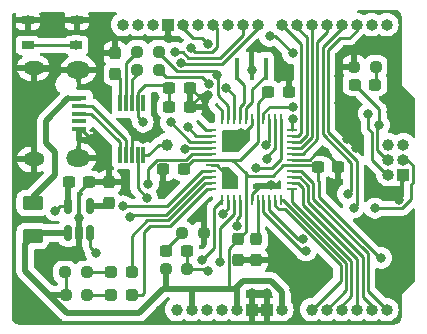
<source format=gtl>
G04 #@! TF.GenerationSoftware,KiCad,Pcbnew,7.0.7*
G04 #@! TF.CreationDate,2023-10-21T10:48:54+02:00*
G04 #@! TF.ProjectId,halfduino,68616c66-6475-4696-9e6f-2e6b69636164,rev?*
G04 #@! TF.SameCoordinates,Original*
G04 #@! TF.FileFunction,Copper,L1,Top*
G04 #@! TF.FilePolarity,Positive*
%FSLAX46Y46*%
G04 Gerber Fmt 4.6, Leading zero omitted, Abs format (unit mm)*
G04 Created by KiCad (PCBNEW 7.0.7) date 2023-10-21 10:48:54*
%MOMM*%
%LPD*%
G01*
G04 APERTURE LIST*
G04 Aperture macros list*
%AMRoundRect*
0 Rectangle with rounded corners*
0 $1 Rounding radius*
0 $2 $3 $4 $5 $6 $7 $8 $9 X,Y pos of 4 corners*
0 Add a 4 corners polygon primitive as box body*
4,1,4,$2,$3,$4,$5,$6,$7,$8,$9,$2,$3,0*
0 Add four circle primitives for the rounded corners*
1,1,$1+$1,$2,$3*
1,1,$1+$1,$4,$5*
1,1,$1+$1,$6,$7*
1,1,$1+$1,$8,$9*
0 Add four rect primitives between the rounded corners*
20,1,$1+$1,$2,$3,$4,$5,0*
20,1,$1+$1,$4,$5,$6,$7,0*
20,1,$1+$1,$6,$7,$8,$9,0*
20,1,$1+$1,$8,$9,$2,$3,0*%
G04 Aperture macros list end*
G04 #@! TA.AperFunction,ComponentPad*
%ADD10C,1.000000*%
G04 #@! TD*
G04 #@! TA.AperFunction,ComponentPad*
%ADD11O,1.000000X1.000000*%
G04 #@! TD*
G04 #@! TA.AperFunction,ComponentPad*
%ADD12R,1.000000X1.000000*%
G04 #@! TD*
G04 #@! TA.AperFunction,SMDPad,CuDef*
%ADD13RoundRect,0.062500X-0.062500X0.375000X-0.062500X-0.375000X0.062500X-0.375000X0.062500X0.375000X0*%
G04 #@! TD*
G04 #@! TA.AperFunction,SMDPad,CuDef*
%ADD14RoundRect,0.062500X-0.375000X0.062500X-0.375000X-0.062500X0.375000X-0.062500X0.375000X0.062500X0*%
G04 #@! TD*
G04 #@! TA.AperFunction,SMDPad,CuDef*
%ADD15RoundRect,0.237500X0.250000X0.237500X-0.250000X0.237500X-0.250000X-0.237500X0.250000X-0.237500X0*%
G04 #@! TD*
G04 #@! TA.AperFunction,SMDPad,CuDef*
%ADD16RoundRect,0.237500X-0.300000X-0.237500X0.300000X-0.237500X0.300000X0.237500X-0.300000X0.237500X0*%
G04 #@! TD*
G04 #@! TA.AperFunction,SMDPad,CuDef*
%ADD17RoundRect,0.237500X-0.250000X-0.237500X0.250000X-0.237500X0.250000X0.237500X-0.250000X0.237500X0*%
G04 #@! TD*
G04 #@! TA.AperFunction,SMDPad,CuDef*
%ADD18RoundRect,0.237500X-0.237500X0.300000X-0.237500X-0.300000X0.237500X-0.300000X0.237500X0.300000X0*%
G04 #@! TD*
G04 #@! TA.AperFunction,SMDPad,CuDef*
%ADD19RoundRect,0.237500X0.237500X-0.300000X0.237500X0.300000X-0.237500X0.300000X-0.237500X-0.300000X0*%
G04 #@! TD*
G04 #@! TA.AperFunction,SMDPad,CuDef*
%ADD20RoundRect,0.237500X0.287500X0.237500X-0.287500X0.237500X-0.287500X-0.237500X0.287500X-0.237500X0*%
G04 #@! TD*
G04 #@! TA.AperFunction,SMDPad,CuDef*
%ADD21RoundRect,0.237500X0.300000X0.237500X-0.300000X0.237500X-0.300000X-0.237500X0.300000X-0.237500X0*%
G04 #@! TD*
G04 #@! TA.AperFunction,SMDPad,CuDef*
%ADD22C,1.000000*%
G04 #@! TD*
G04 #@! TA.AperFunction,SMDPad,CuDef*
%ADD23RoundRect,0.250000X-0.625000X0.375000X-0.625000X-0.375000X0.625000X-0.375000X0.625000X0.375000X0*%
G04 #@! TD*
G04 #@! TA.AperFunction,SMDPad,CuDef*
%ADD24R,1.300000X0.450000*%
G04 #@! TD*
G04 #@! TA.AperFunction,ComponentPad*
%ADD25O,1.800000X1.150000*%
G04 #@! TD*
G04 #@! TA.AperFunction,ComponentPad*
%ADD26O,2.000000X1.450000*%
G04 #@! TD*
G04 #@! TA.AperFunction,SMDPad,CuDef*
%ADD27R,0.300000X1.400000*%
G04 #@! TD*
G04 #@! TA.AperFunction,SMDPad,CuDef*
%ADD28R,0.400000X1.900000*%
G04 #@! TD*
G04 #@! TA.AperFunction,SMDPad,CuDef*
%ADD29RoundRect,0.150000X0.150000X-0.512500X0.150000X0.512500X-0.150000X0.512500X-0.150000X-0.512500X0*%
G04 #@! TD*
G04 #@! TA.AperFunction,SMDPad,CuDef*
%ADD30R,1.050000X0.650000*%
G04 #@! TD*
G04 #@! TA.AperFunction,ViaPad*
%ADD31C,0.800000*%
G04 #@! TD*
G04 #@! TA.AperFunction,Conductor*
%ADD32C,0.500000*%
G04 #@! TD*
G04 #@! TA.AperFunction,Conductor*
%ADD33C,0.250000*%
G04 #@! TD*
G04 #@! TA.AperFunction,Conductor*
%ADD34C,0.400000*%
G04 #@! TD*
G04 APERTURE END LIST*
D10*
X97790000Y-86360000D03*
D11*
X99060000Y-86360000D03*
X100330000Y-86360000D03*
X101600000Y-86360000D03*
X102870000Y-86360000D03*
D12*
X104140000Y-86360000D03*
X105410000Y-86360000D03*
D11*
X106680000Y-86360000D03*
D13*
X106640000Y-70222500D03*
X106140000Y-70222500D03*
X105640000Y-70222500D03*
X105140000Y-70222500D03*
X104640000Y-70222500D03*
X104140000Y-70222500D03*
X103640000Y-70222500D03*
X103140000Y-70222500D03*
X102640000Y-70222500D03*
X102140000Y-70222500D03*
X101640000Y-70222500D03*
D14*
X100702500Y-71160000D03*
X100702500Y-71660000D03*
X100702500Y-72160000D03*
X100702500Y-72660000D03*
X100702500Y-73160000D03*
X100702500Y-73660000D03*
X100702500Y-74160000D03*
X100702500Y-74660000D03*
X100702500Y-75160000D03*
X100702500Y-75660000D03*
X100702500Y-76160000D03*
D13*
X101640000Y-77097500D03*
X102140000Y-77097500D03*
X102640000Y-77097500D03*
X103140000Y-77097500D03*
X103640000Y-77097500D03*
X104140000Y-77097500D03*
X104640000Y-77097500D03*
X105140000Y-77097500D03*
X105640000Y-77097500D03*
X106140000Y-77097500D03*
X106640000Y-77097500D03*
D14*
X107577500Y-76160000D03*
X107577500Y-75660000D03*
X107577500Y-75160000D03*
X107577500Y-74660000D03*
X107577500Y-74160000D03*
X107577500Y-73660000D03*
X107577500Y-73160000D03*
X107577500Y-72660000D03*
X107577500Y-72160000D03*
X107577500Y-71660000D03*
X107577500Y-71160000D03*
D15*
X96289500Y-66040000D03*
X94464500Y-66040000D03*
D16*
X97181500Y-69215000D03*
X98906500Y-69215000D03*
D17*
X96877500Y-82931000D03*
X98702500Y-82931000D03*
D18*
X104521000Y-80417500D03*
X104521000Y-82142500D03*
D15*
X96289500Y-64516000D03*
X94464500Y-64516000D03*
D11*
X93218000Y-62230000D03*
X94488000Y-62230000D03*
X95758000Y-62230000D03*
D12*
X97028000Y-62230000D03*
D11*
X98298000Y-62230000D03*
X99568000Y-62230000D03*
X100838000Y-62230000D03*
X102108000Y-62230000D03*
X103378000Y-62230000D03*
X104648000Y-62230000D03*
D19*
X92075000Y-77316500D03*
X92075000Y-75591500D03*
D16*
X96927500Y-81407000D03*
X98652500Y-81407000D03*
X97181500Y-67564000D03*
X98906500Y-67564000D03*
D19*
X92583000Y-66394500D03*
X92583000Y-64669500D03*
D17*
X88382500Y-85090000D03*
X90207500Y-85090000D03*
D20*
X114616200Y-67310000D03*
X112866200Y-67310000D03*
D21*
X98398500Y-74472800D03*
X96673500Y-74472800D03*
D18*
X102997000Y-80417500D03*
X102997000Y-82142500D03*
D16*
X109754500Y-74295000D03*
X111479500Y-74295000D03*
X88672500Y-75565000D03*
X90397500Y-75565000D03*
D10*
X115697000Y-72390000D03*
D11*
X116967000Y-72390000D03*
X115697000Y-73660000D03*
X116967000Y-73660000D03*
X115697000Y-74930000D03*
D12*
X116967000Y-74930000D03*
D17*
X98251000Y-79883000D03*
X100076000Y-79883000D03*
D20*
X93980000Y-83185000D03*
X92230000Y-83185000D03*
D10*
X109220000Y-86360000D03*
D11*
X110490000Y-86360000D03*
X111760000Y-86360000D03*
X113030000Y-86360000D03*
X114300000Y-86360000D03*
X115570000Y-86360000D03*
D22*
X96977200Y-72390000D03*
D23*
X85598000Y-77340000D03*
X85598000Y-80140000D03*
D20*
X93980000Y-85090000D03*
X92230000Y-85090000D03*
D24*
X89530000Y-68465000D03*
X89530000Y-69115000D03*
X89530000Y-69765000D03*
X89530000Y-70415000D03*
X89530000Y-71065000D03*
D25*
X85680000Y-65890000D03*
D26*
X89480000Y-66040000D03*
X89480000Y-73490000D03*
D25*
X85680000Y-73640000D03*
D27*
X92980000Y-73299500D03*
X93480000Y-73299500D03*
X93980000Y-73299500D03*
X94480000Y-73299500D03*
X94980000Y-73299500D03*
X94980000Y-68899500D03*
X94480000Y-68899500D03*
X93980000Y-68899500D03*
X93480000Y-68899500D03*
X92980000Y-68899500D03*
D28*
X102940000Y-65972200D03*
X104140000Y-65972200D03*
X105340000Y-65972200D03*
D17*
X112828700Y-65786000D03*
X114653700Y-65786000D03*
D16*
X105563500Y-67945000D03*
X107288500Y-67945000D03*
D29*
X88585000Y-79877500D03*
X89535000Y-79877500D03*
X90485000Y-79877500D03*
X90485000Y-77602500D03*
X88585000Y-77602500D03*
D11*
X106680000Y-62230000D03*
X107950000Y-62230000D03*
X109220000Y-62230000D03*
X110490000Y-62230000D03*
X111760000Y-62230000D03*
X113030000Y-62230000D03*
X114300000Y-62230000D03*
X115570000Y-62230000D03*
D17*
X88335500Y-83185000D03*
X90160500Y-83185000D03*
D30*
X85174000Y-61832000D03*
X89324000Y-61832000D03*
X85174000Y-63982000D03*
X89299000Y-63982000D03*
D31*
X98361000Y-74422000D03*
X115129800Y-81982800D03*
X94932000Y-70485000D03*
X102997000Y-82169000D03*
X102425500Y-75692000D03*
X104140000Y-84963000D03*
X110363000Y-73025000D03*
X105410000Y-84963000D03*
X105791000Y-75819000D03*
X84455000Y-70527000D03*
X84455000Y-67733000D03*
X113538000Y-78994000D03*
X108966000Y-82677000D03*
X117221000Y-83058000D03*
X116205000Y-64389000D03*
X85174000Y-61832000D03*
X104521000Y-82169000D03*
X94932000Y-71882000D03*
X112209497Y-71940503D03*
X114300000Y-79756000D03*
X89535000Y-78613000D03*
X90576400Y-71949400D03*
X114046000Y-75057000D03*
X107696000Y-84709000D03*
X87325200Y-62072500D03*
X116230400Y-63500000D03*
X94107000Y-71353500D03*
X117348000Y-68986400D03*
X111506000Y-68834000D03*
X84455000Y-69130000D03*
X109982000Y-82550000D03*
X112776000Y-65786000D03*
X96673500Y-74472800D03*
X116586000Y-77054454D03*
X86614000Y-68088600D03*
X116586000Y-79248000D03*
X104207800Y-66040000D03*
X111506000Y-66548000D03*
X114427000Y-76073000D03*
X106553000Y-66548000D03*
X112776000Y-68834000D03*
X97028000Y-63373000D03*
X84582000Y-85217000D03*
X100419500Y-68231179D03*
X110998000Y-76073000D03*
X106222800Y-81178400D03*
X89324000Y-61832000D03*
X112971497Y-72702503D03*
X103251000Y-71374000D03*
X84455000Y-71924000D03*
X116078000Y-84328000D03*
X107288500Y-67945000D03*
X115951000Y-69596000D03*
X88265000Y-81407000D03*
X89535000Y-81407000D03*
X85598000Y-86741000D03*
X96393000Y-86360000D03*
X117348000Y-70561200D03*
X86233000Y-82296000D03*
X99822000Y-78232000D03*
X105405701Y-73608000D03*
X100442399Y-63863698D03*
X105363467Y-72427935D03*
X114935000Y-70739000D03*
X98992899Y-64215892D03*
X104521000Y-74332500D03*
X114574585Y-77778954D03*
X104521000Y-80417500D03*
X107615500Y-64674500D03*
X100457000Y-83095500D03*
X105664000Y-63214500D03*
X107615500Y-69215000D03*
X89299000Y-63982000D03*
X114020500Y-69779642D03*
X98712103Y-70909097D03*
X98169604Y-65442500D03*
X97678287Y-64572091D03*
X97272704Y-70494296D03*
X107615500Y-70231000D03*
X93827600Y-78536800D03*
X93255500Y-77597000D03*
X112268000Y-76581000D03*
X108463609Y-80410791D03*
X112776000Y-77724000D03*
X108738240Y-81371823D03*
X101234966Y-66531327D03*
X101977712Y-67564000D03*
X100528212Y-67238082D03*
X98251000Y-79883000D03*
X95281500Y-76872500D03*
X87503000Y-77978000D03*
X99949000Y-82169000D03*
X90932000Y-81534000D03*
X98486381Y-72726192D03*
X95377000Y-75692000D03*
X101689500Y-78232000D03*
X101472500Y-82296000D03*
X102915500Y-79248000D03*
D32*
X88519000Y-86614000D02*
X94615000Y-86614000D01*
D33*
X109619500Y-74160000D02*
X109627500Y-74168000D01*
X107577500Y-74160000D02*
X106815000Y-74160000D01*
D32*
X85860500Y-79877500D02*
X85598000Y-80140000D01*
X84963000Y-83058000D02*
X86995000Y-85090000D01*
D33*
X103187500Y-73660000D02*
X104640000Y-72207500D01*
D32*
X85598000Y-80140000D02*
X84963000Y-80775000D01*
X102235000Y-84582000D02*
X102743000Y-84582000D01*
X86995000Y-85090000D02*
X88382500Y-85090000D01*
D33*
X107577500Y-74160000D02*
X109619500Y-74160000D01*
X105918000Y-75057000D02*
X103860600Y-75057000D01*
X102997000Y-80417500D02*
X102197000Y-81217500D01*
X100702500Y-73660000D02*
X99214274Y-73660000D01*
X102197000Y-84544000D02*
X102235000Y-84582000D01*
D32*
X94615000Y-86614000D02*
X96647000Y-84582000D01*
D33*
X94480000Y-68899500D02*
X94480000Y-67899500D01*
D32*
X102743000Y-84582000D02*
X103378000Y-83947000D01*
D33*
X104640000Y-70222500D02*
X104640000Y-68868500D01*
X103640000Y-77097500D02*
X103640000Y-79774500D01*
D32*
X96877500Y-84582000D02*
X102235000Y-84582000D01*
X99060000Y-86360000D02*
X99060000Y-84709000D01*
D33*
X96927500Y-67310000D02*
X97181500Y-67564000D01*
D32*
X102743000Y-84582000D02*
X102870000Y-84709000D01*
D33*
X99214274Y-73660000D02*
X98401474Y-74472800D01*
D32*
X103378000Y-83947000D02*
X105791000Y-83947000D01*
D33*
X103860600Y-75057000D02*
X103640000Y-74836400D01*
X100702500Y-73660000D02*
X102463600Y-73660000D01*
X115004196Y-81982800D02*
X109808000Y-76786604D01*
X104640000Y-72207500D02*
X104640000Y-70222500D01*
D32*
X106680000Y-84836000D02*
X106680000Y-86360000D01*
X102870000Y-86360000D02*
X102870000Y-84709000D01*
D33*
X115129800Y-81982800D02*
X115004196Y-81982800D01*
X109808000Y-75495804D02*
X109754500Y-75442304D01*
X109754500Y-75442304D02*
X109754500Y-74295000D01*
X94480000Y-67899500D02*
X95069500Y-67310000D01*
X106815000Y-74160000D02*
X105918000Y-75057000D01*
D32*
X86995000Y-85090000D02*
X88519000Y-86614000D01*
D33*
X104640000Y-68868500D02*
X105563500Y-67945000D01*
X97181500Y-67564000D02*
X97181500Y-69215000D01*
X103640000Y-77097500D02*
X103640000Y-75674695D01*
X94480000Y-68899500D02*
X94480000Y-70033000D01*
X103640000Y-79774500D02*
X102997000Y-80417500D01*
X102463600Y-73660000D02*
X103640000Y-74836400D01*
D32*
X88585000Y-79877500D02*
X85860500Y-79877500D01*
X84963000Y-80775000D02*
X84963000Y-83058000D01*
D33*
X95069500Y-67310000D02*
X96927500Y-67310000D01*
D32*
X96877500Y-84582000D02*
X96877500Y-82931000D01*
D33*
X103640000Y-74836400D02*
X103640000Y-75674695D01*
X88382500Y-85090000D02*
X88382500Y-83232000D01*
D32*
X96647000Y-84582000D02*
X96877500Y-84582000D01*
D33*
X88382500Y-83232000D02*
X88335500Y-83185000D01*
X102197000Y-81217500D02*
X102197000Y-84544000D01*
D32*
X105791000Y-83947000D02*
X106680000Y-84836000D01*
D33*
X98401474Y-74472800D02*
X98361000Y-74422000D01*
X98361000Y-74422000D02*
X98398500Y-74472800D01*
X102463600Y-73660000D02*
X103187500Y-73660000D01*
X109808000Y-76786604D02*
X109808000Y-75495804D01*
X94480000Y-70033000D02*
X94932000Y-70485000D01*
X90397500Y-75565000D02*
X89535000Y-76427500D01*
X101188008Y-74160000D02*
X100702500Y-74160000D01*
X102425500Y-75397492D02*
X101188008Y-74160000D01*
X100419500Y-68231179D02*
X99573679Y-68231179D01*
X98906500Y-67564000D02*
X98906500Y-69215000D01*
X103474008Y-71374000D02*
X104140000Y-70708008D01*
X89480000Y-66040000D02*
X85830000Y-66040000D01*
X89692000Y-71065000D02*
X90576400Y-71949400D01*
X85830000Y-66040000D02*
X85680000Y-65890000D01*
X85680000Y-65890000D02*
X85680000Y-73640000D01*
X107577500Y-73660000D02*
X109056505Y-73660000D01*
X102425500Y-75692000D02*
X102425500Y-75397492D01*
X93980000Y-73299500D02*
X93980000Y-71480500D01*
X105791000Y-75819000D02*
X104932992Y-75819000D01*
X89535000Y-76427500D02*
X89535000Y-78613000D01*
X89530000Y-73440000D02*
X89480000Y-73490000D01*
D32*
X89535000Y-78613000D02*
X89535000Y-79877500D01*
D33*
X89530000Y-71065000D02*
X89530000Y-73440000D01*
X104140000Y-76611992D02*
X104140000Y-77097500D01*
X110998000Y-76073000D02*
X111479500Y-75591500D01*
X109687206Y-73029299D02*
X110358701Y-73029299D01*
X89530000Y-71065000D02*
X89692000Y-71065000D01*
X110358701Y-73029299D02*
X110363000Y-73025000D01*
X99573679Y-68231179D02*
X98906500Y-67564000D01*
X100419500Y-68231179D02*
X99890321Y-68231179D01*
D32*
X89535000Y-79877500D02*
X89535000Y-81407000D01*
X89535000Y-81407000D02*
X88265000Y-81407000D01*
D33*
X99890321Y-68231179D02*
X98906500Y-69215000D01*
X109056505Y-73660000D02*
X109687206Y-73029299D01*
X104932992Y-75819000D02*
X104140000Y-76611992D01*
X111479500Y-74141500D02*
X111479500Y-74295000D01*
X110363000Y-73025000D02*
X111479500Y-74141500D01*
X104140000Y-70708008D02*
X104140000Y-70222500D01*
X93980000Y-71480500D02*
X94107000Y-71353500D01*
X97028000Y-62230000D02*
X97028000Y-63373000D01*
X103251000Y-71374000D02*
X103474008Y-71374000D01*
X111479500Y-75591500D02*
X111479500Y-74295000D01*
X95308000Y-78809000D02*
X93980000Y-80137000D01*
X100216992Y-75660000D02*
X97067992Y-78809000D01*
X93980000Y-80137000D02*
X93980000Y-83185000D01*
X97067992Y-78809000D02*
X95308000Y-78809000D01*
X100702500Y-75660000D02*
X100216992Y-75660000D01*
X90160500Y-83185000D02*
X92230000Y-83185000D01*
X94996000Y-84963000D02*
X94869000Y-85090000D01*
X95494396Y-79259000D02*
X94996000Y-79757396D01*
X100353388Y-76160000D02*
X97254388Y-79259000D01*
X94996000Y-79757396D02*
X94996000Y-84963000D01*
X100702500Y-76160000D02*
X100353388Y-76160000D01*
X97254388Y-79259000D02*
X95494396Y-79259000D01*
X94869000Y-85090000D02*
X93980000Y-85090000D01*
X90207500Y-85090000D02*
X92230000Y-85090000D01*
X92980000Y-68899500D02*
X92980000Y-66771000D01*
X105405701Y-73410299D02*
X106140000Y-72676000D01*
X106140000Y-72676000D02*
X106140000Y-70222500D01*
X105405701Y-73608000D02*
X105405701Y-73410299D01*
X114745000Y-72835000D02*
X115570000Y-73660000D01*
X105363467Y-72427935D02*
X105640000Y-72151402D01*
X114935000Y-70739000D02*
X114745000Y-70929000D01*
X100442399Y-63863698D02*
X99951701Y-63373000D01*
X114745000Y-70929000D02*
X114745000Y-72835000D01*
X114935000Y-70739000D02*
X114935000Y-69378800D01*
X114935000Y-69378800D02*
X112866200Y-67310000D01*
X105640000Y-72151402D02*
X105640000Y-70222500D01*
X98298000Y-62484000D02*
X98298000Y-62230000D01*
X99187000Y-63373000D02*
X98298000Y-62484000D01*
X99951701Y-63373000D02*
X99187000Y-63373000D01*
X99365205Y-64588198D02*
X100743204Y-64588198D01*
X106640000Y-73573000D02*
X106640000Y-70222500D01*
X105880500Y-74332500D02*
X106640000Y-73573000D01*
X116912046Y-77778954D02*
X117665000Y-77026000D01*
X104521000Y-74332500D02*
X105880500Y-74332500D01*
X114574585Y-77778954D02*
X116912046Y-77778954D01*
X100743204Y-64588198D02*
X101167399Y-64164003D01*
X117297200Y-73660000D02*
X116967000Y-73660000D01*
X98992899Y-64215892D02*
X99365205Y-64588198D01*
X117792000Y-74154800D02*
X117297200Y-73660000D01*
X117665000Y-77026000D02*
X117665000Y-75755000D01*
X117665000Y-75755000D02*
X117792000Y-75628000D01*
X101167399Y-62559399D02*
X100838000Y-62230000D01*
X101167399Y-64164003D02*
X101167399Y-62559399D01*
X117792000Y-75628000D02*
X117792000Y-74154800D01*
X104521000Y-80417500D02*
X104640000Y-80298500D01*
X104640000Y-80298500D02*
X104640000Y-77097500D01*
X107615500Y-64674500D02*
X107600500Y-64674500D01*
X114295000Y-73655000D02*
X115570000Y-74930000D01*
X107615500Y-69215000D02*
X105661992Y-69215000D01*
X98702500Y-82931000D02*
X98702500Y-81457000D01*
X105140000Y-69736992D02*
X105140000Y-70222500D01*
X105661992Y-69215000D02*
X105140000Y-69736992D01*
X114020500Y-71073195D02*
X114295000Y-71347695D01*
X106140500Y-63214500D02*
X105664000Y-63214500D01*
X98702500Y-81457000D02*
X98652500Y-81407000D01*
X100292500Y-82931000D02*
X100457000Y-83095500D01*
X114295000Y-71347695D02*
X114295000Y-73655000D01*
X85174000Y-63982000D02*
X89299000Y-63982000D01*
X107600500Y-64674500D02*
X106140500Y-63214500D01*
X114020500Y-69779642D02*
X114020500Y-71073195D01*
X98702500Y-82931000D02*
X100292500Y-82931000D01*
X104648000Y-62484000D02*
X104648000Y-62230000D01*
X98259104Y-65532000D02*
X101600000Y-65532000D01*
X98712103Y-70909097D02*
X99463006Y-71660000D01*
X99463006Y-71660000D02*
X100702500Y-71660000D01*
X98169604Y-65442500D02*
X98259104Y-65532000D01*
X101600000Y-65532000D02*
X104648000Y-62484000D01*
X103378000Y-63117604D02*
X103378000Y-62230000D01*
X98324500Y-64572091D02*
X98790607Y-65038198D01*
X97678287Y-64572091D02*
X98324500Y-64572091D01*
X97272704Y-70494296D02*
X98938408Y-72160000D01*
X101457406Y-65038198D02*
X103378000Y-63117604D01*
X98790607Y-65038198D02*
X101457406Y-65038198D01*
X98938408Y-72160000D02*
X100702500Y-72160000D01*
X107615500Y-70231000D02*
X107577500Y-70269000D01*
X107577500Y-70269000D02*
X107577500Y-71160000D01*
X93827600Y-78536800D02*
X94005400Y-78359000D01*
X94005400Y-78359000D02*
X96881596Y-78359000D01*
X100080596Y-75160000D02*
X100702500Y-75160000D01*
X96881596Y-78359000D02*
X100080596Y-75160000D01*
X99944200Y-74660000D02*
X100702500Y-74660000D01*
X97007200Y-77597000D02*
X99944200Y-74660000D01*
X93255500Y-77597000D02*
X97007200Y-77597000D01*
X106937416Y-77860000D02*
X111680000Y-82602584D01*
X111680000Y-83900000D02*
X109220000Y-86360000D01*
X106140000Y-77583008D02*
X106416992Y-77860000D01*
X106416992Y-77860000D02*
X106937416Y-77860000D01*
X106140000Y-77097500D02*
X106140000Y-77583008D01*
X111680000Y-82602584D02*
X111680000Y-83900000D01*
X106811312Y-77097500D02*
X112130000Y-82416188D01*
X106640000Y-77097500D02*
X106811312Y-77097500D01*
X112130000Y-84720000D02*
X110490000Y-86360000D01*
X112130000Y-82416188D02*
X112130000Y-84720000D01*
X107577500Y-76160000D02*
X107577500Y-77227292D01*
X112580000Y-82229792D02*
X112580000Y-85235200D01*
X111760000Y-86055200D02*
X111760000Y-86360000D01*
X107577500Y-77227292D02*
X112580000Y-82229792D01*
X112580000Y-85235200D02*
X111760000Y-86055200D01*
X108063008Y-75660000D02*
X108458000Y-76054992D01*
X108458000Y-77471396D02*
X113030000Y-82043396D01*
X107577500Y-75660000D02*
X108063008Y-75660000D01*
X108458000Y-76054992D02*
X108458000Y-77471396D01*
X113030000Y-82043396D02*
X113030000Y-86360000D01*
X113538000Y-81915000D02*
X113538000Y-85293200D01*
X108199404Y-75160000D02*
X108908000Y-75868596D01*
X114300000Y-86055200D02*
X114300000Y-86360000D01*
X107577500Y-75160000D02*
X108199404Y-75160000D01*
X113538000Y-85293200D02*
X114300000Y-86055200D01*
X108908000Y-75868596D02*
X108908000Y-77285000D01*
X108908000Y-77285000D02*
X113538000Y-81915000D01*
X109358000Y-76973000D02*
X113988000Y-81603000D01*
X109358000Y-75682200D02*
X109358000Y-76973000D01*
X107577500Y-74660000D02*
X108335800Y-74660000D01*
X108335800Y-74660000D02*
X109358000Y-75682200D01*
X113988000Y-81603000D02*
X113988000Y-84778000D01*
X113988000Y-84778000D02*
X115570000Y-86360000D01*
X107577500Y-71660000D02*
X108063008Y-71660000D01*
X108340000Y-63890000D02*
X106680000Y-62230000D01*
X108340000Y-71383008D02*
X108340000Y-63890000D01*
X108063008Y-71660000D02*
X108340000Y-71383008D01*
X108790000Y-71569404D02*
X108790000Y-63324000D01*
X107950000Y-62484000D02*
X107950000Y-62230000D01*
X107577500Y-72160000D02*
X108199404Y-72160000D01*
X108790000Y-63324000D02*
X107950000Y-62484000D01*
X108199404Y-72160000D02*
X108790000Y-71569404D01*
X108335800Y-72660000D02*
X109240000Y-71755800D01*
X109240000Y-62250000D02*
X109220000Y-62230000D01*
X109240000Y-71755800D02*
X109240000Y-62250000D01*
X107577500Y-72660000D02*
X108335800Y-72660000D01*
X107577500Y-73160000D02*
X108472196Y-73160000D01*
X109690000Y-63665000D02*
X110490000Y-62865000D01*
X109690000Y-71942196D02*
X109690000Y-63665000D01*
X108472196Y-73160000D02*
X109690000Y-71942196D01*
X110490000Y-62865000D02*
X110490000Y-62230000D01*
X105640000Y-77954000D02*
X105640000Y-77097500D01*
X108463609Y-80410791D02*
X108096791Y-80410791D01*
X110140000Y-71532000D02*
X110140000Y-64104000D01*
X108096791Y-80410791D02*
X105640000Y-77954000D01*
X112522000Y-76327000D02*
X112522000Y-73914000D01*
X112268000Y-76581000D02*
X112522000Y-76327000D01*
X110140000Y-64104000D02*
X111760000Y-62484000D01*
X112522000Y-73914000D02*
X110140000Y-71532000D01*
X111760000Y-62484000D02*
X111760000Y-62230000D01*
X113030000Y-62738000D02*
X113030000Y-62230000D01*
X113030000Y-77470000D02*
X113030000Y-73785604D01*
X112395000Y-63373000D02*
X113030000Y-62738000D01*
X105140000Y-78114400D02*
X105140000Y-77097500D01*
X108559600Y-81534000D02*
X105140000Y-78114400D01*
X113030000Y-73785604D02*
X110590000Y-71345604D01*
X108576063Y-81534000D02*
X108559600Y-81534000D01*
X110590000Y-64416000D02*
X111633000Y-63373000D01*
X110590000Y-71345604D02*
X110590000Y-64416000D01*
X108738240Y-81371823D02*
X108576063Y-81534000D01*
X111633000Y-63373000D02*
X112395000Y-63373000D01*
X112776000Y-77724000D02*
X113030000Y-77470000D01*
X101253212Y-68233212D02*
X102140000Y-69120000D01*
X96289500Y-64666500D02*
X96289500Y-64516000D01*
X102140000Y-69120000D02*
X102140000Y-70222500D01*
X101253212Y-66549573D02*
X101253212Y-68233212D01*
X101234966Y-66340568D02*
X101061398Y-66167000D01*
X97790000Y-66167000D02*
X96289500Y-64666500D01*
X101234966Y-66531327D02*
X101253212Y-66549573D01*
X101061398Y-66167000D02*
X97790000Y-66167000D01*
X101234966Y-66531327D02*
X101234966Y-66340568D01*
X99965130Y-66675000D02*
X96924500Y-66675000D01*
X101977712Y-67564000D02*
X102640000Y-68226288D01*
X102640000Y-68226288D02*
X102640000Y-70222500D01*
X100528212Y-67238082D02*
X99965130Y-66675000D01*
X96924500Y-66675000D02*
X96289500Y-66040000D01*
X94480000Y-76071000D02*
X94480000Y-73299500D01*
X96927500Y-81407000D02*
X96927500Y-81206500D01*
X96927500Y-81206500D02*
X98251000Y-79883000D01*
X95281500Y-76872500D02*
X94480000Y-76071000D01*
X93480000Y-73299500D02*
X93480000Y-71989104D01*
X93480000Y-71989104D02*
X90605896Y-69115000D01*
X90605896Y-69115000D02*
X89530000Y-69115000D01*
X104190000Y-67722200D02*
X105340000Y-66572200D01*
X104190000Y-68784000D02*
X104190000Y-67722200D01*
X103640000Y-70222500D02*
X103640000Y-69334000D01*
X103640000Y-69334000D02*
X104190000Y-68784000D01*
X105340000Y-66572200D02*
X105340000Y-65532000D01*
X102940000Y-66745000D02*
X102940000Y-65972200D01*
X103140000Y-70222500D02*
X103140000Y-69197604D01*
X103140000Y-69197604D02*
X103505000Y-68832604D01*
X103505000Y-67310000D02*
X102940000Y-66745000D01*
X103505000Y-68832604D02*
X103505000Y-67310000D01*
X92980000Y-72213000D02*
X90532000Y-69765000D01*
X90532000Y-69765000D02*
X89530000Y-69765000D01*
X92980000Y-73299500D02*
X92980000Y-72213000D01*
X93980000Y-68899500D02*
X93980000Y-66908500D01*
X94464500Y-66444500D02*
X94464500Y-66040000D01*
X93980000Y-66929000D02*
X94464500Y-66444500D01*
X93480000Y-68899500D02*
X93480000Y-65480000D01*
X93480000Y-65500500D02*
X94464500Y-64516000D01*
X101640000Y-70222500D02*
X101640000Y-69509000D01*
X101640000Y-69509000D02*
X101092000Y-68961000D01*
X100702500Y-71160000D02*
X100268400Y-71160000D01*
X100268400Y-71160000D02*
X99517200Y-70408800D01*
D32*
X91789000Y-77602500D02*
X92075000Y-77316500D01*
X90485000Y-77602500D02*
X91789000Y-77602500D01*
D33*
X87503000Y-77978000D02*
X87878500Y-77602500D01*
D32*
X88585000Y-77602500D02*
X88585000Y-75652500D01*
D33*
X88585000Y-75652500D02*
X88672500Y-75565000D01*
X87878500Y-77602500D02*
X88585000Y-77602500D01*
X100965000Y-77772500D02*
X101640000Y-77097500D01*
X90485000Y-81087000D02*
X90485000Y-79877500D01*
X99949000Y-82169000D02*
X100965000Y-81153000D01*
X90932000Y-81534000D02*
X90485000Y-81087000D01*
X100965000Y-81153000D02*
X100965000Y-77772500D01*
X98552573Y-72660000D02*
X100702500Y-72660000D01*
X98486381Y-72726192D02*
X98552573Y-72660000D01*
X96153305Y-73660000D02*
X98577878Y-73660000D01*
X95377000Y-74436305D02*
X96153305Y-73660000D01*
X98577878Y-73660000D02*
X99077878Y-73160000D01*
X99077878Y-73160000D02*
X100702500Y-73160000D01*
X95377000Y-75692000D02*
X95377000Y-74436305D01*
X102140000Y-77097500D02*
X102140000Y-77781500D01*
X102140000Y-77781500D02*
X101689500Y-78232000D01*
X102640000Y-77097500D02*
X102640000Y-78306805D01*
X101472500Y-79474305D02*
X101472500Y-82296000D01*
X102640000Y-78306805D02*
X101472500Y-79474305D01*
X102915500Y-78667701D02*
X103140000Y-78443201D01*
X102915500Y-79248000D02*
X102915500Y-78667701D01*
X103140000Y-78443201D02*
X103140000Y-77097500D01*
X94980000Y-73299500D02*
X95380504Y-73299500D01*
X95380504Y-73299500D02*
X96290004Y-72390000D01*
X96290004Y-72390000D02*
X96977200Y-72390000D01*
D32*
X86741000Y-72294716D02*
X87503000Y-73056716D01*
X87503000Y-73056716D02*
X87503000Y-74930000D01*
X86741000Y-70354000D02*
X86741000Y-72294716D01*
X87503000Y-74930000D02*
X85598000Y-76835000D01*
X88630000Y-68465000D02*
X86741000Y-70354000D01*
X85598000Y-76835000D02*
X85598000Y-77340000D01*
D34*
X89530000Y-68465000D02*
X88630000Y-68465000D01*
D33*
X114653700Y-67272500D02*
X114616200Y-67310000D01*
X114653700Y-65786000D02*
X114653700Y-67272500D01*
G04 #@! TA.AperFunction,Conductor*
G36*
X92696606Y-61164256D02*
G01*
X92742745Y-61216725D01*
X92753193Y-61285809D01*
X92724633Y-61349575D01*
X92688785Y-61378415D01*
X92659467Y-61394085D01*
X92659460Y-61394090D01*
X92507116Y-61519116D01*
X92382090Y-61671460D01*
X92382086Y-61671467D01*
X92289188Y-61845266D01*
X92231975Y-62033870D01*
X92212659Y-62230000D01*
X92231975Y-62426129D01*
X92231976Y-62426132D01*
X92283708Y-62596670D01*
X92289188Y-62614733D01*
X92382086Y-62788532D01*
X92382090Y-62788539D01*
X92507116Y-62940883D01*
X92659460Y-63065909D01*
X92659467Y-63065913D01*
X92833266Y-63158811D01*
X92833269Y-63158811D01*
X92833273Y-63158814D01*
X93021868Y-63216024D01*
X93218000Y-63235341D01*
X93414132Y-63216024D01*
X93602727Y-63158814D01*
X93776538Y-63065910D01*
X93776544Y-63065904D01*
X93781607Y-63062523D01*
X93782703Y-63064164D01*
X93838639Y-63040405D01*
X93907507Y-63052194D01*
X93924148Y-63062888D01*
X93924393Y-63062523D01*
X93929458Y-63065907D01*
X93929462Y-63065910D01*
X94009296Y-63108582D01*
X94099439Y-63156765D01*
X94103273Y-63158814D01*
X94291868Y-63216024D01*
X94488000Y-63235341D01*
X94684132Y-63216024D01*
X94872727Y-63158814D01*
X95046538Y-63065910D01*
X95046544Y-63065904D01*
X95051607Y-63062523D01*
X95052703Y-63064164D01*
X95108639Y-63040405D01*
X95177507Y-63052194D01*
X95194148Y-63062888D01*
X95194393Y-63062523D01*
X95199458Y-63065907D01*
X95199462Y-63065910D01*
X95279296Y-63108582D01*
X95369439Y-63156765D01*
X95373273Y-63158814D01*
X95561868Y-63216024D01*
X95758000Y-63235341D01*
X95954132Y-63216024D01*
X96142727Y-63158814D01*
X96145338Y-63157418D01*
X96146864Y-63157100D01*
X96148355Y-63156483D01*
X96148472Y-63156765D01*
X96213737Y-63143174D01*
X96278106Y-63167510D01*
X96285908Y-63173351D01*
X96420623Y-63223597D01*
X96420627Y-63223598D01*
X96480155Y-63229999D01*
X96480172Y-63230000D01*
X96778000Y-63230000D01*
X96778000Y-62663709D01*
X96797685Y-62596670D01*
X96850489Y-62550915D01*
X96919647Y-62540971D01*
X96923481Y-62541584D01*
X96999564Y-62555000D01*
X96999568Y-62555000D01*
X97056432Y-62555000D01*
X97056436Y-62555000D01*
X97132469Y-62541593D01*
X97201906Y-62549337D01*
X97256136Y-62593393D01*
X97277938Y-62659774D01*
X97278000Y-62663709D01*
X97278000Y-63230000D01*
X97575828Y-63230000D01*
X97575844Y-63229999D01*
X97635372Y-63223598D01*
X97635376Y-63223597D01*
X97770089Y-63173351D01*
X97777890Y-63167512D01*
X97843353Y-63143091D01*
X97907529Y-63156751D01*
X97907641Y-63156482D01*
X97909100Y-63157086D01*
X97910663Y-63157419D01*
X97913273Y-63158814D01*
X98101868Y-63216024D01*
X98106032Y-63216434D01*
X98170819Y-63242589D01*
X98181556Y-63252147D01*
X98344277Y-63414868D01*
X98377761Y-63476190D01*
X98372777Y-63545882D01*
X98348745Y-63585520D01*
X98260366Y-63683675D01*
X98241853Y-63715741D01*
X98191285Y-63763956D01*
X98122678Y-63777178D01*
X98084030Y-63767019D01*
X97958094Y-63710948D01*
X97958089Y-63710946D01*
X97812287Y-63679956D01*
X97772933Y-63671591D01*
X97583641Y-63671591D01*
X97551184Y-63678489D01*
X97398484Y-63710946D01*
X97398479Y-63710948D01*
X97225553Y-63787941D01*
X97223673Y-63789027D01*
X97222449Y-63789323D01*
X97219621Y-63790583D01*
X97219390Y-63790065D01*
X97155771Y-63805492D01*
X97089747Y-63782632D01*
X97074004Y-63769314D01*
X97000351Y-63695661D01*
X97000350Y-63695660D01*
X96860061Y-63609129D01*
X96853518Y-63605093D01*
X96853513Y-63605091D01*
X96817209Y-63593061D01*
X96689753Y-63550826D01*
X96689751Y-63550825D01*
X96588678Y-63540500D01*
X95990330Y-63540500D01*
X95990312Y-63540501D01*
X95889247Y-63550825D01*
X95725484Y-63605092D01*
X95725481Y-63605093D01*
X95578648Y-63695661D01*
X95464681Y-63809629D01*
X95403358Y-63843114D01*
X95333666Y-63838130D01*
X95289319Y-63809629D01*
X95175351Y-63695661D01*
X95175350Y-63695660D01*
X95035061Y-63609129D01*
X95028518Y-63605093D01*
X95028513Y-63605091D01*
X94992209Y-63593061D01*
X94864753Y-63550826D01*
X94864751Y-63550825D01*
X94763678Y-63540500D01*
X94165330Y-63540500D01*
X94165312Y-63540501D01*
X94064247Y-63550825D01*
X93900484Y-63605092D01*
X93900481Y-63605093D01*
X93753648Y-63695661D01*
X93631659Y-63817650D01*
X93591898Y-63882113D01*
X93539950Y-63928837D01*
X93470987Y-63940058D01*
X93406905Y-63912214D01*
X93398679Y-63904696D01*
X93281038Y-63787055D01*
X93281034Y-63787052D01*
X93134311Y-63696551D01*
X93134300Y-63696546D01*
X92970652Y-63642319D01*
X92869654Y-63632000D01*
X92833000Y-63632000D01*
X92833000Y-64795500D01*
X92813315Y-64862539D01*
X92760511Y-64908294D01*
X92709000Y-64919500D01*
X91608001Y-64919500D01*
X91608001Y-65018654D01*
X91618319Y-65119652D01*
X91672546Y-65283300D01*
X91672551Y-65283311D01*
X91763052Y-65430034D01*
X91763055Y-65430038D01*
X91776982Y-65443965D01*
X91810467Y-65505288D01*
X91805483Y-65574980D01*
X91776984Y-65619325D01*
X91762661Y-65633648D01*
X91672093Y-65780481D01*
X91672091Y-65780486D01*
X91662095Y-65810652D01*
X91617826Y-65944247D01*
X91617826Y-65944248D01*
X91617825Y-65944248D01*
X91607500Y-66045315D01*
X91607500Y-66743669D01*
X91607501Y-66743687D01*
X91617825Y-66844752D01*
X91640296Y-66912563D01*
X91664363Y-66985193D01*
X91672092Y-67008515D01*
X91672093Y-67008518D01*
X91706395Y-67064129D01*
X91762660Y-67155350D01*
X91884650Y-67277340D01*
X92031484Y-67367908D01*
X92195247Y-67422174D01*
X92243100Y-67427062D01*
X92307792Y-67453457D01*
X92347944Y-67510637D01*
X92354499Y-67550420D01*
X92354499Y-68019801D01*
X92346682Y-68063131D01*
X92335909Y-68092016D01*
X92335908Y-68092020D01*
X92329501Y-68151616D01*
X92329501Y-68151623D01*
X92329500Y-68151635D01*
X92329500Y-69647393D01*
X92329548Y-69648275D01*
X92329500Y-69648473D01*
X92329501Y-69650693D01*
X92328976Y-69650693D01*
X92313460Y-69716267D01*
X92263167Y-69764768D01*
X92194636Y-69778379D01*
X92129625Y-69752779D01*
X92118048Y-69742561D01*
X91106699Y-68731212D01*
X91096876Y-68718950D01*
X91096655Y-68719134D01*
X91091682Y-68713123D01*
X91041260Y-68665773D01*
X91030815Y-68655328D01*
X91020371Y-68644883D01*
X91014882Y-68640625D01*
X91010457Y-68636847D01*
X90976478Y-68604938D01*
X90976476Y-68604936D01*
X90976473Y-68604935D01*
X90958925Y-68595288D01*
X90942659Y-68584604D01*
X90926832Y-68572327D01*
X90926831Y-68572326D01*
X90926829Y-68572325D01*
X90884064Y-68553818D01*
X90878818Y-68551248D01*
X90837989Y-68528803D01*
X90837988Y-68528802D01*
X90818589Y-68523822D01*
X90800177Y-68517518D01*
X90781794Y-68509562D01*
X90774300Y-68507385D01*
X90774917Y-68505260D01*
X90721958Y-68480148D01*
X90685032Y-68420833D01*
X90680499Y-68387616D01*
X90680499Y-68192128D01*
X90674091Y-68132517D01*
X90673278Y-68130338D01*
X90623797Y-67997671D01*
X90623793Y-67997664D01*
X90537547Y-67882455D01*
X90537544Y-67882452D01*
X90422335Y-67796206D01*
X90422328Y-67796202D01*
X90287482Y-67745908D01*
X90287483Y-67745908D01*
X90227883Y-67739501D01*
X90227881Y-67739500D01*
X90227873Y-67739500D01*
X90227865Y-67739500D01*
X89395402Y-67739500D01*
X89328363Y-67719815D01*
X89282608Y-67667011D01*
X89272664Y-67597853D01*
X89282123Y-67565063D01*
X89285603Y-67557247D01*
X89291144Y-67544803D01*
X89300336Y-67501551D01*
X89302013Y-67495296D01*
X89315674Y-67453256D01*
X89320295Y-67409283D01*
X89321310Y-67402879D01*
X89330500Y-67359646D01*
X89330500Y-67315442D01*
X89330840Y-67308960D01*
X89331848Y-67299365D01*
X89335460Y-67265000D01*
X89330840Y-67221039D01*
X89330840Y-67221037D01*
X89330500Y-67214553D01*
X89330500Y-67170354D01*
X89321311Y-67127123D01*
X89320295Y-67120709D01*
X89317682Y-67095849D01*
X89315674Y-67076744D01*
X89302011Y-67034698D01*
X89300334Y-67028435D01*
X89297872Y-67016852D01*
X89291144Y-66985197D01*
X89273163Y-66944812D01*
X89270835Y-66938748D01*
X89262482Y-66913039D01*
X89257179Y-66896716D01*
X89246611Y-66878413D01*
X89230000Y-66816415D01*
X89230000Y-66589000D01*
X89249685Y-66521961D01*
X89302489Y-66476206D01*
X89354000Y-66465000D01*
X89606000Y-66465000D01*
X89673039Y-66484685D01*
X89718794Y-66537489D01*
X89730000Y-66589000D01*
X89730000Y-67265000D01*
X89810004Y-67265000D01*
X89810006Y-67264999D01*
X89974617Y-67250185D01*
X90187162Y-67191527D01*
X90187177Y-67191521D01*
X90385834Y-67095853D01*
X90385841Y-67095849D01*
X90564226Y-66966245D01*
X90564234Y-66966239D01*
X90716612Y-66806863D01*
X90838090Y-66622833D01*
X90924750Y-66420083D01*
X90924753Y-66420072D01*
X90954442Y-66290000D01*
X90290888Y-66290000D01*
X90223849Y-66270315D01*
X90178094Y-66217511D01*
X90168150Y-66148353D01*
X90168415Y-66146603D01*
X90185298Y-66040003D01*
X90185298Y-66039996D01*
X90168415Y-65933397D01*
X90177370Y-65864104D01*
X90222366Y-65810652D01*
X90289118Y-65790013D01*
X90290888Y-65790000D01*
X90957322Y-65790000D01*
X90957322Y-65789999D01*
X90954112Y-65766306D01*
X90885974Y-65556598D01*
X90781485Y-65362426D01*
X90781483Y-65362423D01*
X90644004Y-65190029D01*
X90477947Y-65044949D01*
X90477945Y-65044947D01*
X90288662Y-64931855D01*
X90288657Y-64931852D01*
X90191568Y-64895414D01*
X90135720Y-64853428D01*
X90111437Y-64787914D01*
X90126429Y-64719671D01*
X90160827Y-64680055D01*
X90181546Y-64664546D01*
X90267796Y-64549331D01*
X90316220Y-64419500D01*
X91608000Y-64419500D01*
X92333000Y-64419500D01*
X92333000Y-63632000D01*
X92296361Y-63632000D01*
X92296343Y-63632001D01*
X92195347Y-63642319D01*
X92031699Y-63696546D01*
X92031688Y-63696551D01*
X91884965Y-63787052D01*
X91884961Y-63787055D01*
X91763055Y-63908961D01*
X91763052Y-63908965D01*
X91672551Y-64055688D01*
X91672546Y-64055699D01*
X91618319Y-64219347D01*
X91608000Y-64320345D01*
X91608000Y-64419500D01*
X90316220Y-64419500D01*
X90318091Y-64414483D01*
X90324500Y-64354873D01*
X90324499Y-63609128D01*
X90318091Y-63549517D01*
X90316735Y-63545882D01*
X90267797Y-63414671D01*
X90267793Y-63414664D01*
X90181547Y-63299455D01*
X90181544Y-63299452D01*
X90066335Y-63213206D01*
X90066328Y-63213202D01*
X89931482Y-63162908D01*
X89931483Y-63162908D01*
X89871883Y-63156501D01*
X89871881Y-63156500D01*
X89871873Y-63156500D01*
X89871865Y-63156500D01*
X89685217Y-63156500D01*
X89634781Y-63145779D01*
X89578806Y-63120857D01*
X89578802Y-63120855D01*
X89433000Y-63089865D01*
X89393646Y-63081500D01*
X89204354Y-63081500D01*
X89164998Y-63089865D01*
X89019198Y-63120855D01*
X89019193Y-63120857D01*
X88963214Y-63145780D01*
X88912781Y-63156500D01*
X88726130Y-63156500D01*
X88726123Y-63156501D01*
X88666516Y-63162908D01*
X88531671Y-63213202D01*
X88531664Y-63213206D01*
X88416457Y-63299451D01*
X88416451Y-63299457D01*
X88410948Y-63306809D01*
X88355015Y-63348681D01*
X88311680Y-63356500D01*
X86161320Y-63356500D01*
X86094281Y-63336815D01*
X86062052Y-63306809D01*
X86056548Y-63299457D01*
X86056546Y-63299454D01*
X86022651Y-63274080D01*
X85941335Y-63213206D01*
X85941328Y-63213202D01*
X85806482Y-63162908D01*
X85806483Y-63162908D01*
X85746883Y-63156501D01*
X85746881Y-63156500D01*
X85746873Y-63156500D01*
X85746864Y-63156500D01*
X84601129Y-63156500D01*
X84601123Y-63156501D01*
X84541516Y-63162908D01*
X84406671Y-63213202D01*
X84406664Y-63213206D01*
X84291455Y-63299452D01*
X84291452Y-63299455D01*
X84205206Y-63414664D01*
X84205202Y-63414671D01*
X84154910Y-63549513D01*
X84154909Y-63549517D01*
X84148500Y-63609127D01*
X84148500Y-63609134D01*
X84148500Y-63609135D01*
X84148500Y-64354870D01*
X84148501Y-64354876D01*
X84154908Y-64414483D01*
X84205202Y-64549328D01*
X84205206Y-64549335D01*
X84291452Y-64664544D01*
X84291455Y-64664547D01*
X84406664Y-64750793D01*
X84406671Y-64750797D01*
X84541517Y-64801091D01*
X84541516Y-64801091D01*
X84548444Y-64801835D01*
X84601127Y-64807500D01*
X84634201Y-64807499D01*
X84701238Y-64827182D01*
X84746994Y-64879984D01*
X84756939Y-64949143D01*
X84727916Y-65012699D01*
X84710854Y-65028969D01*
X84609789Y-65108448D01*
X84475345Y-65263604D01*
X84372699Y-65441393D01*
X84305550Y-65635404D01*
X84304889Y-65640000D01*
X84973245Y-65640000D01*
X85040284Y-65659685D01*
X85086039Y-65712489D01*
X85095983Y-65781647D01*
X85094864Y-65788183D01*
X85074612Y-65890000D01*
X85085402Y-65944248D01*
X85094863Y-65991809D01*
X85088635Y-66061401D01*
X85045771Y-66116578D01*
X84979881Y-66139822D01*
X84973245Y-66140000D01*
X84309468Y-66140000D01*
X84334503Y-66243195D01*
X84419787Y-66429943D01*
X84419789Y-66429947D01*
X84538870Y-66597173D01*
X84538875Y-66597179D01*
X84687456Y-66738851D01*
X84860165Y-66849844D01*
X85050761Y-66926147D01*
X85252349Y-66965000D01*
X85430000Y-66965000D01*
X85430000Y-66289000D01*
X85449685Y-66221961D01*
X85502489Y-66176206D01*
X85554000Y-66165000D01*
X85806000Y-66165000D01*
X85873039Y-66184685D01*
X85918794Y-66237489D01*
X85930000Y-66289000D01*
X85930000Y-66965000D01*
X86056205Y-66965000D01*
X86209370Y-66950374D01*
X86209374Y-66950373D01*
X86406351Y-66892536D01*
X86588837Y-66798458D01*
X86750206Y-66671555D01*
X86750209Y-66671551D01*
X86884654Y-66516395D01*
X86987300Y-66338606D01*
X87054449Y-66144595D01*
X87055111Y-66140000D01*
X86386755Y-66140000D01*
X86319716Y-66120315D01*
X86273961Y-66067511D01*
X86264017Y-65998353D01*
X86265137Y-65991809D01*
X86272770Y-65953435D01*
X86285388Y-65890000D01*
X86265137Y-65788190D01*
X86271365Y-65718599D01*
X86314229Y-65663422D01*
X86380119Y-65640178D01*
X86386755Y-65640000D01*
X87050532Y-65640000D01*
X87050531Y-65639999D01*
X87025496Y-65536804D01*
X86940212Y-65350056D01*
X86940210Y-65350052D01*
X86821129Y-65182826D01*
X86821124Y-65182820D01*
X86672543Y-65041148D01*
X86499834Y-64930155D01*
X86309237Y-64853852D01*
X86306158Y-64853259D01*
X86304758Y-64852537D01*
X86303575Y-64852190D01*
X86303641Y-64851961D01*
X86244055Y-64821244D01*
X86209120Y-64760735D01*
X86212444Y-64690944D01*
X86252972Y-64634030D01*
X86317836Y-64608062D01*
X86329624Y-64607500D01*
X88311680Y-64607500D01*
X88378719Y-64627185D01*
X88410948Y-64657191D01*
X88416454Y-64664546D01*
X88416600Y-64664655D01*
X88531664Y-64750793D01*
X88531671Y-64750797D01*
X88556401Y-64760021D01*
X88612335Y-64801892D01*
X88636752Y-64867357D01*
X88621900Y-64935630D01*
X88578541Y-64980707D01*
X88578664Y-64980877D01*
X88577716Y-64981565D01*
X88576679Y-64982644D01*
X88574159Y-64984149D01*
X88395773Y-65113754D01*
X88395765Y-65113760D01*
X88243387Y-65273136D01*
X88121909Y-65457166D01*
X88035249Y-65659916D01*
X88035246Y-65659927D01*
X88005557Y-65789999D01*
X88005558Y-65790000D01*
X88669112Y-65790000D01*
X88736151Y-65809685D01*
X88781906Y-65862489D01*
X88791850Y-65931647D01*
X88791585Y-65933397D01*
X88774702Y-66039996D01*
X88774702Y-66040003D01*
X88791585Y-66146603D01*
X88782630Y-66215896D01*
X88737634Y-66269348D01*
X88670882Y-66289987D01*
X88669112Y-66290000D01*
X88002678Y-66290000D01*
X88005887Y-66313694D01*
X88016521Y-66346422D01*
X88018516Y-66416263D01*
X87982436Y-66476096D01*
X87971472Y-66485060D01*
X87941513Y-66506826D01*
X87936070Y-66510361D01*
X87897788Y-66532463D01*
X87897785Y-66532465D01*
X87878513Y-66549818D01*
X87866196Y-66560909D01*
X87864935Y-66562044D01*
X87859889Y-66566130D01*
X87824125Y-66592115D01*
X87794550Y-66624960D01*
X87789960Y-66629550D01*
X87757115Y-66659125D01*
X87731130Y-66694889D01*
X87727044Y-66699935D01*
X87697465Y-66732785D01*
X87697463Y-66732788D01*
X87675361Y-66771069D01*
X87671826Y-66776512D01*
X87645850Y-66812267D01*
X87627871Y-66852647D01*
X87624924Y-66858430D01*
X87602819Y-66896719D01*
X87589160Y-66938755D01*
X87586834Y-66944815D01*
X87568856Y-66985195D01*
X87559665Y-67028434D01*
X87557985Y-67034705D01*
X87544325Y-67076743D01*
X87539703Y-67120710D01*
X87538688Y-67127119D01*
X87529500Y-67170350D01*
X87529499Y-67170352D01*
X87529499Y-67214557D01*
X87529159Y-67221039D01*
X87524540Y-67264998D01*
X87524540Y-67265000D01*
X87529159Y-67308959D01*
X87529499Y-67315442D01*
X87529499Y-67359646D01*
X87538688Y-67402879D01*
X87539704Y-67409291D01*
X87544325Y-67453256D01*
X87557986Y-67495296D01*
X87559666Y-67501569D01*
X87568856Y-67544803D01*
X87568855Y-67544803D01*
X87586833Y-67585179D01*
X87589160Y-67591242D01*
X87602818Y-67633277D01*
X87602820Y-67633281D01*
X87602821Y-67633284D01*
X87624924Y-67671567D01*
X87627872Y-67677353D01*
X87645850Y-67717732D01*
X87645853Y-67717736D01*
X87661665Y-67739500D01*
X87666321Y-67745909D01*
X87671825Y-67753484D01*
X87675362Y-67758930D01*
X87697464Y-67797212D01*
X87697471Y-67797222D01*
X87727050Y-67830072D01*
X87731137Y-67835119D01*
X87757110Y-67870869D01*
X87757111Y-67870870D01*
X87757112Y-67870871D01*
X87789966Y-67900453D01*
X87794546Y-67905034D01*
X87824128Y-67937887D01*
X87824129Y-67937888D01*
X87859885Y-67963866D01*
X87864932Y-67967953D01*
X87873460Y-67975631D01*
X87910108Y-68035117D01*
X87908779Y-68104974D01*
X87878169Y-68155462D01*
X86255358Y-69778272D01*
X86241729Y-69790051D01*
X86222468Y-69804390D01*
X86188898Y-69844397D01*
X86185253Y-69848376D01*
X86179409Y-69854222D01*
X86159059Y-69879959D01*
X86109695Y-69938789D01*
X86105729Y-69944819D01*
X86105682Y-69944788D01*
X86101630Y-69951147D01*
X86101679Y-69951177D01*
X86097889Y-69957321D01*
X86065424Y-70026941D01*
X86030960Y-70095566D01*
X86028488Y-70102357D01*
X86028432Y-70102336D01*
X86025960Y-70109450D01*
X86026015Y-70109469D01*
X86023742Y-70116327D01*
X86017218Y-70147926D01*
X86008207Y-70191565D01*
X86001730Y-70218895D01*
X85990498Y-70266286D01*
X85989661Y-70273454D01*
X85989601Y-70273447D01*
X85988835Y-70280945D01*
X85988895Y-70280951D01*
X85988265Y-70288140D01*
X85990500Y-70364916D01*
X85990500Y-72231010D01*
X85989191Y-72248979D01*
X85985710Y-72272741D01*
X85990264Y-72324780D01*
X85990500Y-72330186D01*
X85990500Y-72338425D01*
X85994128Y-72369472D01*
X85994306Y-72370990D01*
X85999701Y-72432657D01*
X85985934Y-72501157D01*
X85963855Y-72531145D01*
X85930000Y-72565000D01*
X85930000Y-73241000D01*
X85910315Y-73308039D01*
X85857511Y-73353794D01*
X85806000Y-73365000D01*
X85554000Y-73365000D01*
X85486961Y-73345315D01*
X85441206Y-73292511D01*
X85430000Y-73241000D01*
X85430000Y-72565000D01*
X85303795Y-72565000D01*
X85150629Y-72579625D01*
X85150625Y-72579626D01*
X84953648Y-72637463D01*
X84771162Y-72731541D01*
X84609793Y-72858444D01*
X84609790Y-72858448D01*
X84475345Y-73013604D01*
X84372699Y-73191393D01*
X84305550Y-73385404D01*
X84304889Y-73390000D01*
X84973245Y-73390000D01*
X85040284Y-73409685D01*
X85086039Y-73462489D01*
X85095983Y-73531647D01*
X85094863Y-73538191D01*
X85078000Y-73622969D01*
X85074612Y-73640000D01*
X85090587Y-73720315D01*
X85094863Y-73741809D01*
X85088635Y-73811401D01*
X85045771Y-73866578D01*
X84979881Y-73889822D01*
X84973245Y-73890000D01*
X84309468Y-73890000D01*
X84334503Y-73993195D01*
X84419787Y-74179943D01*
X84419789Y-74179947D01*
X84538870Y-74347173D01*
X84538875Y-74347179D01*
X84687456Y-74488851D01*
X84860165Y-74599844D01*
X85050761Y-74676147D01*
X85252349Y-74715000D01*
X85430000Y-74715000D01*
X85430000Y-74039000D01*
X85449685Y-73971961D01*
X85502489Y-73926206D01*
X85554000Y-73915000D01*
X85806000Y-73915000D01*
X85873039Y-73934685D01*
X85918794Y-73987489D01*
X85930000Y-74039000D01*
X85930000Y-74715000D01*
X86056205Y-74715000D01*
X86209370Y-74700374D01*
X86209373Y-74700373D01*
X86397107Y-74645250D01*
X86466977Y-74645250D01*
X86525755Y-74683024D01*
X86554780Y-74746580D01*
X86544836Y-74815738D01*
X86519723Y-74851908D01*
X85193449Y-76178181D01*
X85132126Y-76211666D01*
X85105769Y-76214500D01*
X84922999Y-76214500D01*
X84922980Y-76214501D01*
X84820203Y-76225000D01*
X84820200Y-76225001D01*
X84653668Y-76280185D01*
X84653663Y-76280187D01*
X84504342Y-76372289D01*
X84380289Y-76496342D01*
X84288187Y-76645663D01*
X84288185Y-76645668D01*
X84265030Y-76715547D01*
X84233001Y-76812203D01*
X84233001Y-76812204D01*
X84233000Y-76812204D01*
X84222500Y-76914983D01*
X84222500Y-77765001D01*
X84222501Y-77765019D01*
X84233000Y-77867796D01*
X84233001Y-77867799D01*
X84247733Y-77912256D01*
X84288186Y-78034334D01*
X84380288Y-78183656D01*
X84504344Y-78307712D01*
X84653666Y-78399814D01*
X84820203Y-78454999D01*
X84922991Y-78465500D01*
X86273008Y-78465499D01*
X86375797Y-78454999D01*
X86542334Y-78399814D01*
X86554900Y-78392062D01*
X86622291Y-78373620D01*
X86688956Y-78394540D01*
X86727386Y-78435598D01*
X86770467Y-78510216D01*
X86881263Y-78633267D01*
X86897129Y-78650888D01*
X87050265Y-78762148D01*
X87050270Y-78762151D01*
X87223192Y-78839142D01*
X87223197Y-78839144D01*
X87408354Y-78878500D01*
X87408355Y-78878500D01*
X87597644Y-78878500D01*
X87597646Y-78878500D01*
X87743767Y-78847441D01*
X87813433Y-78852757D01*
X87869167Y-78894894D01*
X87893272Y-78960474D01*
X87878095Y-79028675D01*
X87876281Y-79031848D01*
X87856016Y-79066117D01*
X87804949Y-79113803D01*
X87749282Y-79127000D01*
X86653399Y-79127000D01*
X86588303Y-79108539D01*
X86542340Y-79080190D01*
X86542334Y-79080186D01*
X86375797Y-79025001D01*
X86375795Y-79025000D01*
X86273010Y-79014500D01*
X84922998Y-79014500D01*
X84922981Y-79014501D01*
X84820203Y-79025000D01*
X84820200Y-79025001D01*
X84653668Y-79080185D01*
X84653663Y-79080187D01*
X84504342Y-79172289D01*
X84380289Y-79296342D01*
X84288187Y-79445663D01*
X84288185Y-79445666D01*
X84288186Y-79445666D01*
X84233001Y-79612203D01*
X84233001Y-79612204D01*
X84233000Y-79612204D01*
X84222500Y-79714983D01*
X84222500Y-80565001D01*
X84222501Y-80565019D01*
X84226089Y-80600136D01*
X84223389Y-80641332D01*
X84212499Y-80687283D01*
X84211661Y-80694453D01*
X84211601Y-80694446D01*
X84210835Y-80701945D01*
X84210895Y-80701951D01*
X84210265Y-80709140D01*
X84212500Y-80785913D01*
X84212500Y-82994294D01*
X84211191Y-83012263D01*
X84207710Y-83036025D01*
X84212264Y-83088064D01*
X84212500Y-83093470D01*
X84212500Y-83101709D01*
X84215106Y-83124011D01*
X84216306Y-83134274D01*
X84223000Y-83210791D01*
X84224461Y-83217867D01*
X84224403Y-83217878D01*
X84226034Y-83225237D01*
X84226092Y-83225224D01*
X84227757Y-83232250D01*
X84254025Y-83304424D01*
X84278185Y-83377331D01*
X84281236Y-83383874D01*
X84281182Y-83383898D01*
X84284470Y-83390688D01*
X84284521Y-83390663D01*
X84287761Y-83397113D01*
X84287762Y-83397114D01*
X84287763Y-83397117D01*
X84316712Y-83441132D01*
X84329965Y-83461283D01*
X84370287Y-83526655D01*
X84374766Y-83532319D01*
X84374719Y-83532356D01*
X84379482Y-83538202D01*
X84379528Y-83538164D01*
X84384173Y-83543700D01*
X84440017Y-83596385D01*
X86419270Y-85575638D01*
X86431051Y-85589270D01*
X86445389Y-85608529D01*
X86485405Y-85642107D01*
X86489395Y-85645763D01*
X87943267Y-87099634D01*
X87955048Y-87113266D01*
X87969390Y-87132530D01*
X88009420Y-87166119D01*
X88013392Y-87169759D01*
X88019223Y-87175590D01*
X88040639Y-87192523D01*
X88044939Y-87195923D01*
X88056515Y-87205637D01*
X88103786Y-87245302D01*
X88103788Y-87245303D01*
X88109823Y-87249272D01*
X88109789Y-87249322D01*
X88116144Y-87253370D01*
X88116177Y-87253318D01*
X88122319Y-87257107D01*
X88122323Y-87257110D01*
X88190306Y-87288811D01*
X88191914Y-87289561D01*
X88260558Y-87324036D01*
X88260561Y-87324037D01*
X88260567Y-87324040D01*
X88260572Y-87324041D01*
X88267355Y-87326510D01*
X88267334Y-87326567D01*
X88274451Y-87329040D01*
X88274470Y-87328984D01*
X88281330Y-87331257D01*
X88345097Y-87344423D01*
X88356532Y-87346784D01*
X88431279Y-87364500D01*
X88431288Y-87364500D01*
X88438452Y-87365338D01*
X88438445Y-87365397D01*
X88445946Y-87366163D01*
X88445952Y-87366104D01*
X88453140Y-87366733D01*
X88453143Y-87366732D01*
X88453144Y-87366733D01*
X88529898Y-87364500D01*
X94551295Y-87364500D01*
X94569265Y-87365809D01*
X94593023Y-87369289D01*
X94645068Y-87364735D01*
X94650470Y-87364500D01*
X94658704Y-87364500D01*
X94658709Y-87364500D01*
X94670327Y-87363141D01*
X94691276Y-87360693D01*
X94704028Y-87359577D01*
X94767797Y-87353999D01*
X94767805Y-87353996D01*
X94774866Y-87352539D01*
X94774878Y-87352598D01*
X94782243Y-87350965D01*
X94782229Y-87350906D01*
X94789246Y-87349241D01*
X94789255Y-87349241D01*
X94861423Y-87322974D01*
X94934334Y-87298814D01*
X94934343Y-87298807D01*
X94940882Y-87295760D01*
X94940908Y-87295816D01*
X94947690Y-87292532D01*
X94947663Y-87292478D01*
X94954106Y-87289240D01*
X94954117Y-87289237D01*
X95018283Y-87247034D01*
X95083656Y-87206712D01*
X95083662Y-87206705D01*
X95089325Y-87202229D01*
X95089363Y-87202277D01*
X95095200Y-87197522D01*
X95095161Y-87197475D01*
X95100696Y-87192830D01*
X95153385Y-87136982D01*
X96921549Y-85368819D01*
X96982872Y-85335334D01*
X97009230Y-85332500D01*
X97118358Y-85332500D01*
X97185397Y-85352185D01*
X97231152Y-85404989D01*
X97241096Y-85474147D01*
X97212071Y-85537703D01*
X97197023Y-85552353D01*
X97079116Y-85649116D01*
X96954090Y-85801460D01*
X96954086Y-85801467D01*
X96861188Y-85975266D01*
X96803975Y-86163870D01*
X96784659Y-86360000D01*
X96803975Y-86556129D01*
X96803976Y-86556132D01*
X96855708Y-86726670D01*
X96861188Y-86744733D01*
X96954086Y-86918532D01*
X96954090Y-86918539D01*
X97079116Y-87070883D01*
X97231460Y-87195909D01*
X97231467Y-87195913D01*
X97405266Y-87288811D01*
X97405269Y-87288811D01*
X97405273Y-87288814D01*
X97593868Y-87346024D01*
X97790000Y-87365341D01*
X97986132Y-87346024D01*
X98174727Y-87288814D01*
X98348538Y-87195910D01*
X98348544Y-87195904D01*
X98353607Y-87192523D01*
X98354703Y-87194164D01*
X98410639Y-87170405D01*
X98479507Y-87182194D01*
X98496148Y-87192888D01*
X98496393Y-87192523D01*
X98501458Y-87195907D01*
X98501462Y-87195910D01*
X98608865Y-87253318D01*
X98671439Y-87286765D01*
X98675273Y-87288814D01*
X98863868Y-87346024D01*
X99060000Y-87365341D01*
X99256132Y-87346024D01*
X99444727Y-87288814D01*
X99618538Y-87195910D01*
X99618544Y-87195904D01*
X99623607Y-87192523D01*
X99624703Y-87194164D01*
X99680639Y-87170405D01*
X99749507Y-87182194D01*
X99766148Y-87192888D01*
X99766393Y-87192523D01*
X99771458Y-87195907D01*
X99771462Y-87195910D01*
X99878865Y-87253318D01*
X99941439Y-87286765D01*
X99945273Y-87288814D01*
X100133868Y-87346024D01*
X100330000Y-87365341D01*
X100526132Y-87346024D01*
X100714727Y-87288814D01*
X100888538Y-87195910D01*
X100888544Y-87195904D01*
X100893607Y-87192523D01*
X100894703Y-87194164D01*
X100950639Y-87170405D01*
X101019507Y-87182194D01*
X101036148Y-87192888D01*
X101036393Y-87192523D01*
X101041458Y-87195907D01*
X101041462Y-87195910D01*
X101148865Y-87253318D01*
X101211439Y-87286765D01*
X101215273Y-87288814D01*
X101403868Y-87346024D01*
X101600000Y-87365341D01*
X101796132Y-87346024D01*
X101984727Y-87288814D01*
X102158538Y-87195910D01*
X102158544Y-87195904D01*
X102163607Y-87192523D01*
X102164703Y-87194164D01*
X102220639Y-87170405D01*
X102289507Y-87182194D01*
X102306148Y-87192888D01*
X102306393Y-87192523D01*
X102311458Y-87195907D01*
X102311462Y-87195910D01*
X102418865Y-87253318D01*
X102481439Y-87286765D01*
X102485273Y-87288814D01*
X102673868Y-87346024D01*
X102870000Y-87365341D01*
X103066132Y-87346024D01*
X103254727Y-87288814D01*
X103257338Y-87287418D01*
X103258864Y-87287100D01*
X103260355Y-87286483D01*
X103260472Y-87286765D01*
X103325737Y-87273174D01*
X103390106Y-87297510D01*
X103397908Y-87303351D01*
X103532623Y-87353597D01*
X103532627Y-87353598D01*
X103592155Y-87359999D01*
X103592172Y-87360000D01*
X103890000Y-87360000D01*
X103890000Y-86793709D01*
X103909685Y-86726670D01*
X103962489Y-86680915D01*
X104031647Y-86670971D01*
X104035481Y-86671584D01*
X104111564Y-86685000D01*
X104111568Y-86685000D01*
X104168432Y-86685000D01*
X104168436Y-86685000D01*
X104244469Y-86671593D01*
X104313906Y-86679337D01*
X104368136Y-86723393D01*
X104389938Y-86789774D01*
X104390000Y-86793709D01*
X104390000Y-87360000D01*
X104687828Y-87360000D01*
X104687844Y-87359999D01*
X104755088Y-87352769D01*
X104755200Y-87353809D01*
X104794800Y-87353809D01*
X104794912Y-87352769D01*
X104862155Y-87359999D01*
X104862172Y-87360000D01*
X105160000Y-87360000D01*
X105160000Y-86793709D01*
X105179685Y-86726670D01*
X105232489Y-86680915D01*
X105301647Y-86670971D01*
X105305481Y-86671584D01*
X105381564Y-86685000D01*
X105381568Y-86685000D01*
X105438432Y-86685000D01*
X105438436Y-86685000D01*
X105514469Y-86671593D01*
X105583906Y-86679337D01*
X105638136Y-86723393D01*
X105659938Y-86789774D01*
X105660000Y-86793709D01*
X105660000Y-87360000D01*
X105957828Y-87360000D01*
X105957844Y-87359999D01*
X106017372Y-87353598D01*
X106017376Y-87353597D01*
X106152089Y-87303351D01*
X106159890Y-87297512D01*
X106225353Y-87273091D01*
X106289529Y-87286751D01*
X106289641Y-87286482D01*
X106291100Y-87287086D01*
X106292663Y-87287419D01*
X106295273Y-87288814D01*
X106483868Y-87346024D01*
X106680000Y-87365341D01*
X106876132Y-87346024D01*
X107064727Y-87288814D01*
X107068561Y-87286765D01*
X107220340Y-87205637D01*
X107238538Y-87195910D01*
X107390883Y-87070883D01*
X107515910Y-86918538D01*
X107608814Y-86744727D01*
X107666024Y-86556132D01*
X107685341Y-86360000D01*
X107666024Y-86163868D01*
X107608814Y-85975273D01*
X107608811Y-85975269D01*
X107608811Y-85975266D01*
X107515913Y-85801467D01*
X107515911Y-85801465D01*
X107515910Y-85801462D01*
X107498948Y-85780794D01*
X107458647Y-85731686D01*
X107431334Y-85667376D01*
X107430500Y-85653021D01*
X107430500Y-84899705D01*
X107431809Y-84881735D01*
X107432129Y-84879547D01*
X107435289Y-84857977D01*
X107430735Y-84805931D01*
X107430500Y-84800528D01*
X107430500Y-84792297D01*
X107430500Y-84792291D01*
X107426693Y-84759724D01*
X107419999Y-84683203D01*
X107419999Y-84683201D01*
X107418539Y-84676129D01*
X107418597Y-84676116D01*
X107416965Y-84668757D01*
X107416906Y-84668772D01*
X107415242Y-84661753D01*
X107415241Y-84661745D01*
X107388974Y-84589576D01*
X107364814Y-84516666D01*
X107364809Y-84516659D01*
X107361760Y-84510118D01*
X107361815Y-84510091D01*
X107358533Y-84503313D01*
X107358480Y-84503340D01*
X107355235Y-84496880D01*
X107313028Y-84432708D01*
X107272710Y-84367342D01*
X107268234Y-84361682D01*
X107268281Y-84361644D01*
X107263519Y-84355799D01*
X107263474Y-84355838D01*
X107258834Y-84350309D01*
X107258832Y-84350307D01*
X107258830Y-84350304D01*
X107226514Y-84319815D01*
X107202965Y-84297597D01*
X106366729Y-83461361D01*
X106354949Y-83447730D01*
X106347482Y-83437701D01*
X106340612Y-83428472D01*
X106335322Y-83424033D01*
X106300587Y-83394886D01*
X106296612Y-83391244D01*
X106293690Y-83388322D01*
X106290780Y-83385411D01*
X106265040Y-83365059D01*
X106209855Y-83318753D01*
X106206214Y-83315698D01*
X106206213Y-83315697D01*
X106206209Y-83315694D01*
X106200180Y-83311729D01*
X106200212Y-83311680D01*
X106193853Y-83307628D01*
X106193822Y-83307679D01*
X106187680Y-83303891D01*
X106187678Y-83303890D01*
X106187677Y-83303889D01*
X106144503Y-83283756D01*
X106118058Y-83271424D01*
X106077648Y-83251130D01*
X106049433Y-83236960D01*
X106049431Y-83236959D01*
X106049430Y-83236959D01*
X106042645Y-83234489D01*
X106042665Y-83234433D01*
X106035549Y-83231959D01*
X106035531Y-83232015D01*
X106028671Y-83229742D01*
X106000841Y-83223996D01*
X105953434Y-83214207D01*
X105904472Y-83202603D01*
X105878719Y-83196499D01*
X105871547Y-83195661D01*
X105871553Y-83195601D01*
X105864055Y-83194835D01*
X105864050Y-83194895D01*
X105856860Y-83194265D01*
X105780083Y-83196500D01*
X105346845Y-83196500D01*
X105279806Y-83176815D01*
X105234051Y-83124011D01*
X105224107Y-83054853D01*
X105253132Y-82991297D01*
X105259164Y-82984819D01*
X105340944Y-82903038D01*
X105340947Y-82903034D01*
X105431448Y-82756311D01*
X105431453Y-82756300D01*
X105485680Y-82592652D01*
X105495999Y-82491654D01*
X105496000Y-82491641D01*
X105496000Y-82392500D01*
X102946500Y-82392500D01*
X102879461Y-82372815D01*
X102833706Y-82320011D01*
X102822500Y-82268500D01*
X102822500Y-82016500D01*
X102842185Y-81949461D01*
X102894989Y-81903706D01*
X102946500Y-81892500D01*
X105495998Y-81892500D01*
X105495999Y-81793360D01*
X105495998Y-81793345D01*
X105485680Y-81692347D01*
X105431453Y-81528699D01*
X105431448Y-81528688D01*
X105340947Y-81381965D01*
X105340944Y-81381961D01*
X105327017Y-81368034D01*
X105293532Y-81306711D01*
X105298516Y-81237019D01*
X105327017Y-81192672D01*
X105341340Y-81178350D01*
X105431908Y-81031516D01*
X105486174Y-80867753D01*
X105496500Y-80766677D01*
X105496499Y-80068324D01*
X105496450Y-80067849D01*
X105486174Y-79967247D01*
X105470789Y-79920818D01*
X105431908Y-79803484D01*
X105341340Y-79656650D01*
X105341338Y-79656648D01*
X105341337Y-79656646D01*
X105301818Y-79617127D01*
X105268333Y-79555804D01*
X105265499Y-79529454D01*
X105265499Y-79423849D01*
X105285184Y-79356813D01*
X105337988Y-79311058D01*
X105407146Y-79301114D01*
X105470702Y-79330139D01*
X105477180Y-79336171D01*
X107940420Y-81799410D01*
X107960126Y-81825091D01*
X108005705Y-81904037D01*
X108132369Y-82044711D01*
X108285505Y-82155971D01*
X108285510Y-82155974D01*
X108458432Y-82232965D01*
X108458437Y-82232967D01*
X108643594Y-82272323D01*
X108643595Y-82272323D01*
X108832884Y-82272323D01*
X108832886Y-82272323D01*
X109018043Y-82232967D01*
X109190970Y-82155974D01*
X109344111Y-82044711D01*
X109470773Y-81904039D01*
X109565419Y-81740107D01*
X109593019Y-81655161D01*
X109632453Y-81597491D01*
X109696811Y-81570292D01*
X109765658Y-81582206D01*
X109798629Y-81605803D01*
X111018181Y-82825355D01*
X111051666Y-82886678D01*
X111054500Y-82913036D01*
X111054500Y-83589546D01*
X111034815Y-83656585D01*
X111018181Y-83677227D01*
X109371393Y-85324014D01*
X109310070Y-85357499D01*
X109271560Y-85359736D01*
X109220002Y-85354659D01*
X109220000Y-85354659D01*
X109023870Y-85373975D01*
X108835266Y-85431188D01*
X108661467Y-85524086D01*
X108661460Y-85524090D01*
X108509116Y-85649116D01*
X108384090Y-85801460D01*
X108384086Y-85801467D01*
X108291188Y-85975266D01*
X108233975Y-86163870D01*
X108214659Y-86360000D01*
X108233975Y-86556129D01*
X108233976Y-86556132D01*
X108285708Y-86726670D01*
X108291188Y-86744733D01*
X108384086Y-86918532D01*
X108384090Y-86918539D01*
X108509116Y-87070883D01*
X108661460Y-87195909D01*
X108661467Y-87195913D01*
X108835266Y-87288811D01*
X108835269Y-87288811D01*
X108835273Y-87288814D01*
X109023868Y-87346024D01*
X109220000Y-87365341D01*
X109416132Y-87346024D01*
X109604727Y-87288814D01*
X109778538Y-87195910D01*
X109778544Y-87195904D01*
X109783607Y-87192523D01*
X109784706Y-87194168D01*
X109840614Y-87170408D01*
X109909485Y-87182183D01*
X109926149Y-87192887D01*
X109926393Y-87192523D01*
X109931458Y-87195907D01*
X109931462Y-87195910D01*
X110038865Y-87253318D01*
X110101439Y-87286765D01*
X110105273Y-87288814D01*
X110293868Y-87346024D01*
X110490000Y-87365341D01*
X110686132Y-87346024D01*
X110874727Y-87288814D01*
X111048538Y-87195910D01*
X111048544Y-87195904D01*
X111053607Y-87192523D01*
X111054703Y-87194164D01*
X111110639Y-87170405D01*
X111179507Y-87182194D01*
X111196148Y-87192888D01*
X111196393Y-87192523D01*
X111201458Y-87195907D01*
X111201462Y-87195910D01*
X111308865Y-87253318D01*
X111371439Y-87286765D01*
X111375273Y-87288814D01*
X111563868Y-87346024D01*
X111760000Y-87365341D01*
X111956132Y-87346024D01*
X112144727Y-87288814D01*
X112318538Y-87195910D01*
X112318544Y-87195904D01*
X112323607Y-87192523D01*
X112324706Y-87194168D01*
X112380614Y-87170408D01*
X112449485Y-87182183D01*
X112466149Y-87192887D01*
X112466393Y-87192523D01*
X112471458Y-87195907D01*
X112471462Y-87195910D01*
X112578865Y-87253318D01*
X112641439Y-87286765D01*
X112645273Y-87288814D01*
X112833868Y-87346024D01*
X113030000Y-87365341D01*
X113226132Y-87346024D01*
X113414727Y-87288814D01*
X113588538Y-87195910D01*
X113588544Y-87195904D01*
X113593607Y-87192523D01*
X113594703Y-87194164D01*
X113650639Y-87170405D01*
X113719507Y-87182194D01*
X113736148Y-87192888D01*
X113736393Y-87192523D01*
X113741458Y-87195907D01*
X113741462Y-87195910D01*
X113848865Y-87253318D01*
X113911439Y-87286765D01*
X113915273Y-87288814D01*
X114103868Y-87346024D01*
X114300000Y-87365341D01*
X114496132Y-87346024D01*
X114684727Y-87288814D01*
X114858538Y-87195910D01*
X114858544Y-87195904D01*
X114863607Y-87192523D01*
X114864706Y-87194168D01*
X114920614Y-87170408D01*
X114989485Y-87182183D01*
X115006149Y-87192887D01*
X115006393Y-87192523D01*
X115011458Y-87195907D01*
X115011462Y-87195910D01*
X115118865Y-87253318D01*
X115181439Y-87286765D01*
X115185273Y-87288814D01*
X115373868Y-87346024D01*
X115570000Y-87365341D01*
X115766132Y-87346024D01*
X115954727Y-87288814D01*
X115958561Y-87286765D01*
X116110340Y-87205637D01*
X116128538Y-87195910D01*
X116280883Y-87070883D01*
X116405910Y-86918538D01*
X116498814Y-86744727D01*
X116556024Y-86556132D01*
X116575341Y-86360000D01*
X116556024Y-86163868D01*
X116498814Y-85975273D01*
X116498811Y-85975269D01*
X116498811Y-85975266D01*
X116405913Y-85801467D01*
X116405909Y-85801460D01*
X116280883Y-85649116D01*
X116128539Y-85524090D01*
X116128532Y-85524086D01*
X115954733Y-85431188D01*
X115954727Y-85431186D01*
X115766132Y-85373976D01*
X115766129Y-85373975D01*
X115570000Y-85354659D01*
X115518439Y-85359737D01*
X115449793Y-85346718D01*
X115418605Y-85324015D01*
X114649818Y-84555228D01*
X114616333Y-84493905D01*
X114613499Y-84467547D01*
X114613499Y-83627715D01*
X114613499Y-82929587D01*
X114633184Y-82862552D01*
X114685988Y-82816797D01*
X114755146Y-82806853D01*
X114787933Y-82816311D01*
X114849997Y-82843944D01*
X115035154Y-82883300D01*
X115035155Y-82883300D01*
X115224444Y-82883300D01*
X115224446Y-82883300D01*
X115409603Y-82843944D01*
X115582530Y-82766951D01*
X115735671Y-82655688D01*
X115862333Y-82515016D01*
X115956979Y-82351084D01*
X116015474Y-82171056D01*
X116035260Y-81982800D01*
X116015474Y-81794544D01*
X115956979Y-81614516D01*
X115862333Y-81450584D01*
X115735671Y-81309912D01*
X115735670Y-81309911D01*
X115582534Y-81198651D01*
X115582529Y-81198648D01*
X115409607Y-81121657D01*
X115409602Y-81121655D01*
X115263095Y-81090515D01*
X115224446Y-81082300D01*
X115039648Y-81082300D01*
X114972609Y-81062615D01*
X114951967Y-81045981D01*
X112742168Y-78836181D01*
X112708683Y-78774858D01*
X112713667Y-78705166D01*
X112755539Y-78649233D01*
X112821003Y-78624816D01*
X112829849Y-78624500D01*
X112870644Y-78624500D01*
X112870646Y-78624500D01*
X113055803Y-78585144D01*
X113228730Y-78508151D01*
X113381871Y-78396888D01*
X113508533Y-78256216D01*
X113552043Y-78180853D01*
X113602606Y-78132641D01*
X113671213Y-78119417D01*
X113736078Y-78145384D01*
X113766815Y-78180856D01*
X113842050Y-78311168D01*
X113968714Y-78451842D01*
X114121850Y-78563102D01*
X114121855Y-78563105D01*
X114294777Y-78640096D01*
X114294782Y-78640098D01*
X114479939Y-78679454D01*
X114479940Y-78679454D01*
X114669229Y-78679454D01*
X114669231Y-78679454D01*
X114854388Y-78640098D01*
X115027315Y-78563105D01*
X115180456Y-78451842D01*
X115184377Y-78447487D01*
X115186185Y-78445480D01*
X115245672Y-78408833D01*
X115278333Y-78404454D01*
X116829303Y-78404454D01*
X116844923Y-78406178D01*
X116844950Y-78405893D01*
X116852706Y-78406625D01*
X116852713Y-78406627D01*
X116921860Y-78404454D01*
X116951396Y-78404454D01*
X116958274Y-78403584D01*
X116964087Y-78403126D01*
X117010673Y-78401663D01*
X117029915Y-78396071D01*
X117048958Y-78392128D01*
X117068838Y-78389618D01*
X117112168Y-78372461D01*
X117117692Y-78370571D01*
X117121442Y-78369481D01*
X117162436Y-78357572D01*
X117179675Y-78347376D01*
X117197149Y-78338816D01*
X117215773Y-78331442D01*
X117215773Y-78331441D01*
X117215778Y-78331440D01*
X117253495Y-78304036D01*
X117258351Y-78300846D01*
X117298466Y-78277124D01*
X117312635Y-78262953D01*
X117327425Y-78250322D01*
X117343633Y-78238548D01*
X117373345Y-78202630D01*
X117377258Y-78198330D01*
X117771318Y-77804270D01*
X117832642Y-77770785D01*
X117902334Y-77775769D01*
X117958267Y-77817641D01*
X117982684Y-77883105D01*
X117983000Y-77891951D01*
X117983000Y-83894929D01*
X117963315Y-83961968D01*
X117946681Y-83982610D01*
X116856995Y-85072295D01*
X116856819Y-85072413D01*
X116839616Y-85089616D01*
X116839457Y-85089995D01*
X116839461Y-85114665D01*
X116839500Y-85114855D01*
X116839499Y-86991516D01*
X116839109Y-86998459D01*
X116837286Y-87014648D01*
X116836529Y-87021365D01*
X116821767Y-87133488D01*
X116815870Y-87158256D01*
X116800416Y-87202420D01*
X116799176Y-87205669D01*
X116768172Y-87280520D01*
X116758604Y-87299042D01*
X116730087Y-87344423D01*
X116726778Y-87349182D01*
X116677429Y-87413495D01*
X116672076Y-87419599D01*
X116629599Y-87462076D01*
X116623495Y-87467429D01*
X116559182Y-87516778D01*
X116554423Y-87520087D01*
X116509042Y-87548604D01*
X116490520Y-87558172D01*
X116415669Y-87589176D01*
X116412420Y-87590416D01*
X116368256Y-87605870D01*
X116343488Y-87611767D01*
X116231340Y-87626532D01*
X116208456Y-87629110D01*
X116201519Y-87629500D01*
X84458482Y-87629500D01*
X84451544Y-87629110D01*
X84440581Y-87627875D01*
X84428655Y-87626531D01*
X84316510Y-87611767D01*
X84291740Y-87605869D01*
X84247578Y-87590416D01*
X84244329Y-87589176D01*
X84214812Y-87576950D01*
X84169475Y-87558170D01*
X84150962Y-87548607D01*
X84131691Y-87536498D01*
X84105575Y-87520087D01*
X84100822Y-87516782D01*
X84036499Y-87467426D01*
X84030407Y-87462083D01*
X83987914Y-87419590D01*
X83982575Y-87413502D01*
X83933210Y-87349168D01*
X83929911Y-87344423D01*
X83921637Y-87331256D01*
X83901387Y-87299028D01*
X83891833Y-87280533D01*
X83860810Y-87205637D01*
X83859593Y-87202451D01*
X83844126Y-87158249D01*
X83838233Y-87133499D01*
X83823468Y-87021348D01*
X83820890Y-86998459D01*
X83820500Y-86991515D01*
X83820500Y-62082000D01*
X84149000Y-62082000D01*
X84149000Y-62204844D01*
X84155401Y-62264372D01*
X84155403Y-62264379D01*
X84205645Y-62399086D01*
X84205649Y-62399093D01*
X84291809Y-62514187D01*
X84291812Y-62514190D01*
X84406906Y-62600350D01*
X84406913Y-62600354D01*
X84541620Y-62650596D01*
X84541627Y-62650598D01*
X84601155Y-62656999D01*
X84601172Y-62657000D01*
X84924000Y-62657000D01*
X84924000Y-62082000D01*
X85424000Y-62082000D01*
X85424000Y-62657000D01*
X85746828Y-62657000D01*
X85746844Y-62656999D01*
X85806372Y-62650598D01*
X85806379Y-62650596D01*
X85941086Y-62600354D01*
X85941093Y-62600350D01*
X86056187Y-62514190D01*
X86056190Y-62514187D01*
X86142350Y-62399093D01*
X86142354Y-62399086D01*
X86192596Y-62264379D01*
X86192598Y-62264372D01*
X86198999Y-62204844D01*
X86199000Y-62204827D01*
X86199000Y-62082000D01*
X88299000Y-62082000D01*
X88299000Y-62204844D01*
X88305401Y-62264372D01*
X88305403Y-62264379D01*
X88355645Y-62399086D01*
X88355649Y-62399093D01*
X88441809Y-62514187D01*
X88441812Y-62514190D01*
X88556906Y-62600350D01*
X88556913Y-62600354D01*
X88691620Y-62650596D01*
X88691627Y-62650598D01*
X88751155Y-62656999D01*
X88751172Y-62657000D01*
X89074000Y-62657000D01*
X89074000Y-62082000D01*
X89574000Y-62082000D01*
X89574000Y-62657000D01*
X89896828Y-62657000D01*
X89896844Y-62656999D01*
X89956372Y-62650598D01*
X89956379Y-62650596D01*
X90091086Y-62600354D01*
X90091093Y-62600350D01*
X90206187Y-62514190D01*
X90206190Y-62514187D01*
X90292350Y-62399093D01*
X90292354Y-62399086D01*
X90342596Y-62264379D01*
X90342598Y-62264372D01*
X90348999Y-62204844D01*
X90349000Y-62204827D01*
X90349000Y-62082000D01*
X89574000Y-62082000D01*
X89074000Y-62082000D01*
X88299000Y-62082000D01*
X86199000Y-62082000D01*
X85424000Y-62082000D01*
X84924000Y-62082000D01*
X84149000Y-62082000D01*
X83820500Y-62082000D01*
X83820500Y-61598485D01*
X83820890Y-61591539D01*
X83823467Y-61568662D01*
X83838234Y-61456498D01*
X83844125Y-61431754D01*
X83859606Y-61387512D01*
X83860795Y-61384397D01*
X83891837Y-61309455D01*
X83901386Y-61290972D01*
X83917130Y-61265915D01*
X83969463Y-61219628D01*
X84021211Y-61207895D01*
X84047487Y-61207703D01*
X84114666Y-61226897D01*
X84160806Y-61279366D01*
X84171255Y-61348450D01*
X84164574Y-61375031D01*
X84155403Y-61399620D01*
X84155401Y-61399627D01*
X84149000Y-61459155D01*
X84149000Y-61582000D01*
X86199000Y-61582000D01*
X86199000Y-61459172D01*
X86198999Y-61459155D01*
X86192598Y-61399627D01*
X86192596Y-61399619D01*
X86177314Y-61358647D01*
X86172328Y-61288956D01*
X86205812Y-61227632D01*
X86267135Y-61194146D01*
X86292578Y-61191316D01*
X88208818Y-61177329D01*
X88275996Y-61196523D01*
X88322135Y-61248992D01*
X88332583Y-61318076D01*
X88325902Y-61344657D01*
X88305404Y-61399616D01*
X88305401Y-61399627D01*
X88299000Y-61459155D01*
X88299000Y-61582000D01*
X90349000Y-61582000D01*
X90349000Y-61459172D01*
X90348999Y-61459155D01*
X90342598Y-61399627D01*
X90342597Y-61399623D01*
X90316046Y-61328437D01*
X90311062Y-61258745D01*
X90344546Y-61197422D01*
X90405869Y-61163937D01*
X90431318Y-61161106D01*
X92629428Y-61145061D01*
X92696606Y-61164256D01*
G37*
G04 #@! TD.AperFunction*
G04 #@! TA.AperFunction,Conductor*
G36*
X105045084Y-86129685D02*
G01*
X105090839Y-86182489D01*
X105100783Y-86251647D01*
X105094568Y-86276404D01*
X105085000Y-86302694D01*
X105085000Y-86417306D01*
X105094567Y-86443592D01*
X105098998Y-86513319D01*
X105065027Y-86574375D01*
X105003440Y-86607372D01*
X104978045Y-86610000D01*
X104571955Y-86610000D01*
X104504916Y-86590315D01*
X104459161Y-86537511D01*
X104449217Y-86468353D01*
X104455431Y-86443595D01*
X104465000Y-86417306D01*
X104465000Y-86302694D01*
X104455432Y-86276407D01*
X104451002Y-86206681D01*
X104484973Y-86145625D01*
X104546560Y-86112628D01*
X104571955Y-86110000D01*
X104978045Y-86110000D01*
X105045084Y-86129685D01*
G37*
G04 #@! TD.AperFunction*
G04 #@! TA.AperFunction,Conductor*
G36*
X105495809Y-84717185D02*
G01*
X105516451Y-84733819D01*
X105893181Y-85110549D01*
X105926666Y-85171872D01*
X105929500Y-85198230D01*
X105929500Y-85236000D01*
X105909815Y-85303039D01*
X105857011Y-85348794D01*
X105805500Y-85360000D01*
X105660000Y-85360000D01*
X105660000Y-85926290D01*
X105640315Y-85993329D01*
X105587511Y-86039084D01*
X105518353Y-86049028D01*
X105514469Y-86048406D01*
X105438440Y-86035000D01*
X105438436Y-86035000D01*
X105381564Y-86035000D01*
X105381559Y-86035000D01*
X105305531Y-86048406D01*
X105236092Y-86040662D01*
X105181864Y-85996605D01*
X105160062Y-85930223D01*
X105160000Y-85926290D01*
X105160000Y-85360000D01*
X104862155Y-85360000D01*
X104794913Y-85367231D01*
X104794802Y-85366195D01*
X104755198Y-85366195D01*
X104755087Y-85367231D01*
X104687844Y-85360000D01*
X104390000Y-85360000D01*
X104390000Y-85926290D01*
X104370315Y-85993329D01*
X104317511Y-86039084D01*
X104248353Y-86049028D01*
X104244469Y-86048406D01*
X104168440Y-86035000D01*
X104168436Y-86035000D01*
X104111564Y-86035000D01*
X104111559Y-86035000D01*
X104035531Y-86048406D01*
X103966092Y-86040662D01*
X103911864Y-85996605D01*
X103890062Y-85930223D01*
X103890000Y-85926290D01*
X103890000Y-85360000D01*
X103744500Y-85360000D01*
X103677461Y-85340315D01*
X103631706Y-85287511D01*
X103620500Y-85236000D01*
X103620500Y-84821500D01*
X103640185Y-84754461D01*
X103692989Y-84708706D01*
X103744500Y-84697500D01*
X105428770Y-84697500D01*
X105495809Y-84717185D01*
G37*
G04 #@! TD.AperFunction*
G04 #@! TA.AperFunction,Conductor*
G36*
X89578681Y-76342514D02*
G01*
X89623034Y-76371017D01*
X89636961Y-76384944D01*
X89636965Y-76384947D01*
X89783688Y-76475448D01*
X89790240Y-76478503D01*
X89788935Y-76481299D01*
X89834988Y-76513165D01*
X89861831Y-76577672D01*
X89849537Y-76646452D01*
X89826247Y-76678805D01*
X89816925Y-76688127D01*
X89816917Y-76688137D01*
X89733255Y-76829603D01*
X89733254Y-76829606D01*
X89687402Y-76987426D01*
X89687401Y-76987432D01*
X89684500Y-77024304D01*
X89684500Y-78180696D01*
X89687401Y-78217567D01*
X89687402Y-78217573D01*
X89733254Y-78375393D01*
X89733255Y-78375396D01*
X89733256Y-78375398D01*
X89749654Y-78403126D01*
X89816917Y-78516862D01*
X89821702Y-78523031D01*
X89820018Y-78524336D01*
X89848246Y-78576031D01*
X89843262Y-78645723D01*
X89811234Y-78693461D01*
X89785000Y-78717702D01*
X89785000Y-78983184D01*
X89767733Y-79046304D01*
X89733254Y-79104605D01*
X89733254Y-79104606D01*
X89687402Y-79262426D01*
X89687401Y-79262432D01*
X89684500Y-79299304D01*
X89684500Y-80455696D01*
X89687401Y-80492567D01*
X89687402Y-80492573D01*
X89733254Y-80650393D01*
X89733255Y-80650396D01*
X89733256Y-80650398D01*
X89767732Y-80708694D01*
X89785000Y-80771814D01*
X89785000Y-81037294D01*
X89821666Y-81071189D01*
X89857532Y-81131151D01*
X89861433Y-81158348D01*
X89862290Y-81185624D01*
X89862291Y-81185627D01*
X89867880Y-81204867D01*
X89871824Y-81223911D01*
X89874336Y-81243792D01*
X89885303Y-81271492D01*
X89891490Y-81287119D01*
X89893382Y-81292647D01*
X89898398Y-81309912D01*
X89906382Y-81337390D01*
X89911322Y-81345744D01*
X89916580Y-81354634D01*
X89925138Y-81372103D01*
X89932514Y-81390732D01*
X89959898Y-81428423D01*
X89963106Y-81433307D01*
X89986827Y-81473416D01*
X89986834Y-81473425D01*
X89993038Y-81479629D01*
X90026523Y-81540952D01*
X90028678Y-81554348D01*
X90035002Y-81614515D01*
X90046326Y-81722256D01*
X90046327Y-81722259D01*
X90104818Y-81902277D01*
X90104821Y-81902284D01*
X90137286Y-81958516D01*
X90174805Y-82023500D01*
X90191278Y-82091400D01*
X90168425Y-82157427D01*
X90113504Y-82200618D01*
X90067419Y-82209500D01*
X89861331Y-82209500D01*
X89861312Y-82209501D01*
X89760247Y-82219825D01*
X89596484Y-82274092D01*
X89596481Y-82274093D01*
X89449648Y-82364661D01*
X89335681Y-82478629D01*
X89274358Y-82512114D01*
X89204666Y-82507130D01*
X89160319Y-82478629D01*
X89046351Y-82364661D01*
X89046350Y-82364660D01*
X88923499Y-82288885D01*
X88899518Y-82274093D01*
X88899513Y-82274091D01*
X88898069Y-82273612D01*
X88735753Y-82219826D01*
X88735751Y-82219825D01*
X88634678Y-82209500D01*
X88036330Y-82209500D01*
X88036312Y-82209501D01*
X87935247Y-82219825D01*
X87771484Y-82274092D01*
X87771481Y-82274093D01*
X87624648Y-82364661D01*
X87502661Y-82486648D01*
X87412093Y-82633481D01*
X87412091Y-82633484D01*
X87412092Y-82633484D01*
X87357826Y-82797247D01*
X87357826Y-82797248D01*
X87357825Y-82797248D01*
X87347500Y-82898315D01*
X87347500Y-83471669D01*
X87347501Y-83471687D01*
X87357825Y-83572752D01*
X87376039Y-83627716D01*
X87403865Y-83711690D01*
X87412092Y-83736515D01*
X87412093Y-83736518D01*
X87425967Y-83759011D01*
X87502660Y-83883350D01*
X87624650Y-84005340D01*
X87691310Y-84046456D01*
X87738034Y-84098402D01*
X87749257Y-84167365D01*
X87721414Y-84231447D01*
X87691313Y-84257531D01*
X87671649Y-84269660D01*
X87638129Y-84303181D01*
X87576806Y-84336666D01*
X87550448Y-84339500D01*
X87357229Y-84339500D01*
X87290190Y-84319815D01*
X87269548Y-84303181D01*
X85749819Y-82783451D01*
X85716334Y-82722128D01*
X85713500Y-82695770D01*
X85713500Y-81389499D01*
X85733185Y-81322460D01*
X85785989Y-81276705D01*
X85837500Y-81265499D01*
X86273002Y-81265499D01*
X86273008Y-81265499D01*
X86375797Y-81254999D01*
X86542334Y-81199814D01*
X86691656Y-81107712D01*
X86815712Y-80983656D01*
X86907814Y-80834334D01*
X86948021Y-80712994D01*
X86987794Y-80655551D01*
X87052309Y-80628728D01*
X87065727Y-80628000D01*
X87749282Y-80628000D01*
X87816321Y-80647685D01*
X87856014Y-80688880D01*
X87916914Y-80791858D01*
X87916923Y-80791870D01*
X88033129Y-80908076D01*
X88033133Y-80908079D01*
X88033135Y-80908081D01*
X88174602Y-80991744D01*
X88209160Y-81001784D01*
X88332426Y-81037597D01*
X88332429Y-81037597D01*
X88332431Y-81037598D01*
X88344722Y-81038565D01*
X88369304Y-81040500D01*
X88369306Y-81040500D01*
X88800696Y-81040500D01*
X88819131Y-81039049D01*
X88837569Y-81037598D01*
X88837571Y-81037597D01*
X88837573Y-81037597D01*
X88879191Y-81025505D01*
X88995398Y-80991744D01*
X88996181Y-80991281D01*
X88997369Y-80990579D01*
X88999112Y-80990136D01*
X89002557Y-80988646D01*
X89002797Y-80989201D01*
X89065093Y-80973395D01*
X89117397Y-80988753D01*
X89117644Y-80988184D01*
X89122255Y-80990179D01*
X89123612Y-80990578D01*
X89124801Y-80991281D01*
X89124806Y-80991283D01*
X89282505Y-81037099D01*
X89282511Y-81037100D01*
X89284998Y-81037295D01*
X89285000Y-81037295D01*
X89285000Y-80771814D01*
X89302267Y-80708694D01*
X89336744Y-80650398D01*
X89381574Y-80496093D01*
X89382597Y-80492573D01*
X89382597Y-80492571D01*
X89382598Y-80492569D01*
X89385500Y-80455694D01*
X89385500Y-79299306D01*
X89382598Y-79262431D01*
X89336744Y-79104602D01*
X89302267Y-79046304D01*
X89285000Y-78983184D01*
X89285000Y-78717702D01*
X89258765Y-78693461D01*
X89222887Y-78633507D01*
X89225118Y-78563673D01*
X89249533Y-78523988D01*
X89248298Y-78523031D01*
X89253075Y-78516870D01*
X89253081Y-78516865D01*
X89336744Y-78375398D01*
X89382598Y-78217569D01*
X89385500Y-78180694D01*
X89385500Y-77024306D01*
X89384294Y-77008988D01*
X89382598Y-76987432D01*
X89382597Y-76987426D01*
X89340424Y-76842265D01*
X89335500Y-76807670D01*
X89335500Y-76514900D01*
X89355185Y-76447861D01*
X89394401Y-76409363D01*
X89433350Y-76385340D01*
X89447671Y-76371018D01*
X89508989Y-76337533D01*
X89578681Y-76342514D01*
G37*
G04 #@! TD.AperFunction*
G04 #@! TA.AperFunction,Conductor*
G36*
X100835086Y-76805184D02*
G01*
X100880841Y-76857988D01*
X100890785Y-76927146D01*
X100861760Y-76990702D01*
X100855728Y-76997180D01*
X100581208Y-77271699D01*
X100568951Y-77281520D01*
X100569134Y-77281741D01*
X100563123Y-77286713D01*
X100515772Y-77337136D01*
X100494889Y-77358019D01*
X100494877Y-77358032D01*
X100490621Y-77363517D01*
X100486837Y-77367947D01*
X100454937Y-77401918D01*
X100454936Y-77401920D01*
X100445284Y-77419476D01*
X100434610Y-77435726D01*
X100422329Y-77451561D01*
X100422324Y-77451568D01*
X100403815Y-77494338D01*
X100401245Y-77499584D01*
X100378803Y-77540406D01*
X100373822Y-77559807D01*
X100367521Y-77578210D01*
X100359562Y-77596602D01*
X100359561Y-77596605D01*
X100352271Y-77642627D01*
X100351087Y-77648346D01*
X100339501Y-77693472D01*
X100339500Y-77693482D01*
X100339500Y-77713516D01*
X100337973Y-77732916D01*
X100334839Y-77752694D01*
X100339224Y-77799080D01*
X100339499Y-77804917D01*
X100339499Y-78843139D01*
X100326000Y-78889111D01*
X100326000Y-80856046D01*
X100306315Y-80923085D01*
X100289681Y-80943727D01*
X100001228Y-81232181D01*
X99939905Y-81265666D01*
X99913547Y-81268500D01*
X99854354Y-81268500D01*
X99848861Y-81269667D01*
X99840276Y-81271492D01*
X99770609Y-81266174D01*
X99714877Y-81224035D01*
X99690774Y-81158454D01*
X99690499Y-81150201D01*
X99690499Y-81120330D01*
X99690498Y-81120313D01*
X99680174Y-81019247D01*
X99678756Y-81012622D01*
X99680455Y-81012258D01*
X99678353Y-80951179D01*
X99714083Y-80891136D01*
X99776602Y-80859941D01*
X99798460Y-80857999D01*
X99825999Y-80857998D01*
X99826000Y-80857998D01*
X99826000Y-78908000D01*
X99825999Y-78907999D01*
X99776861Y-78908000D01*
X99776843Y-78908001D01*
X99675847Y-78918319D01*
X99512199Y-78972546D01*
X99512188Y-78972551D01*
X99365465Y-79063052D01*
X99251534Y-79176983D01*
X99190211Y-79210467D01*
X99120519Y-79205483D01*
X99076172Y-79176982D01*
X98961851Y-79062661D01*
X98961850Y-79062660D01*
X98832999Y-78983184D01*
X98815018Y-78972093D01*
X98815013Y-78972091D01*
X98813527Y-78971598D01*
X98713564Y-78938474D01*
X98656121Y-78898702D01*
X98629298Y-78834186D01*
X98641613Y-78765411D01*
X98664886Y-78733091D01*
X100576159Y-76821819D01*
X100637483Y-76788334D01*
X100663841Y-76785500D01*
X100745590Y-76785500D01*
X100745606Y-76785499D01*
X100768047Y-76785499D01*
X100835086Y-76805184D01*
G37*
G04 #@! TD.AperFunction*
G04 #@! TA.AperFunction,Conductor*
G36*
X111672539Y-74064685D02*
G01*
X111718294Y-74117489D01*
X111729500Y-74169000D01*
X111729500Y-75269999D01*
X111772500Y-75269999D01*
X111839539Y-75289684D01*
X111885294Y-75342488D01*
X111896500Y-75393999D01*
X111896500Y-75680156D01*
X111876815Y-75747195D01*
X111824011Y-75792950D01*
X111822939Y-75793434D01*
X111815268Y-75796849D01*
X111662129Y-75908111D01*
X111535466Y-76048785D01*
X111440821Y-76212715D01*
X111440818Y-76212722D01*
X111382327Y-76392740D01*
X111382326Y-76392744D01*
X111362540Y-76581000D01*
X111382326Y-76769256D01*
X111382327Y-76769259D01*
X111440818Y-76949277D01*
X111440821Y-76949284D01*
X111535467Y-77113216D01*
X111658291Y-77249625D01*
X111662129Y-77253888D01*
X111815265Y-77365148D01*
X111815266Y-77365148D01*
X111815270Y-77365151D01*
X111827266Y-77370492D01*
X111880503Y-77415740D01*
X111900825Y-77482589D01*
X111894764Y-77522083D01*
X111890327Y-77535738D01*
X111890326Y-77535742D01*
X111885863Y-77578210D01*
X111878492Y-77648346D01*
X111874836Y-77683128D01*
X111848251Y-77747742D01*
X111790954Y-77787727D01*
X111721135Y-77790387D01*
X111663834Y-77757847D01*
X110469819Y-76563832D01*
X110436334Y-76502509D01*
X110433500Y-76476151D01*
X110433500Y-75578541D01*
X110435224Y-75562927D01*
X110434938Y-75562900D01*
X110435672Y-75555137D01*
X110433500Y-75486006D01*
X110433500Y-75456455D01*
X110433500Y-75456454D01*
X110432629Y-75449563D01*
X110432172Y-75443749D01*
X110432058Y-75440134D01*
X110430709Y-75397176D01*
X110425120Y-75377941D01*
X110421174Y-75358888D01*
X110418664Y-75339012D01*
X110404721Y-75303797D01*
X110398345Y-75234224D01*
X110430597Y-75172243D01*
X110454915Y-75152616D01*
X110515350Y-75115340D01*
X110529671Y-75101018D01*
X110590989Y-75067533D01*
X110660681Y-75072514D01*
X110705034Y-75101017D01*
X110718961Y-75114944D01*
X110718965Y-75114947D01*
X110865688Y-75205448D01*
X110865699Y-75205453D01*
X111029347Y-75259680D01*
X111130351Y-75269999D01*
X111229500Y-75269998D01*
X111229500Y-74169000D01*
X111249185Y-74101961D01*
X111301989Y-74056206D01*
X111353500Y-74045000D01*
X111605500Y-74045000D01*
X111672539Y-74064685D01*
G37*
G04 #@! TD.AperFunction*
G04 #@! TA.AperFunction,Conductor*
G36*
X113858540Y-74105725D02*
G01*
X113869737Y-74114988D01*
X113871311Y-74116290D01*
X113875621Y-74120211D01*
X114467089Y-74711680D01*
X114660967Y-74905558D01*
X114694452Y-74966881D01*
X114696689Y-74981084D01*
X114710975Y-75126128D01*
X114710975Y-75126130D01*
X114710976Y-75126132D01*
X114764872Y-75303802D01*
X114768188Y-75314733D01*
X114861086Y-75488532D01*
X114861090Y-75488539D01*
X114986116Y-75640883D01*
X115138460Y-75765909D01*
X115138467Y-75765913D01*
X115312266Y-75858811D01*
X115312269Y-75858811D01*
X115312273Y-75858814D01*
X115500868Y-75916024D01*
X115697000Y-75935341D01*
X115893132Y-75916024D01*
X116081727Y-75858814D01*
X116084338Y-75857418D01*
X116085864Y-75857100D01*
X116087355Y-75856483D01*
X116087472Y-75856765D01*
X116152737Y-75843174D01*
X116217106Y-75867510D01*
X116224908Y-75873351D01*
X116359623Y-75923597D01*
X116359627Y-75923598D01*
X116419155Y-75929999D01*
X116419172Y-75930000D01*
X116716999Y-75930000D01*
X116716999Y-75363709D01*
X116736683Y-75296670D01*
X116789487Y-75250915D01*
X116858646Y-75240971D01*
X116862491Y-75241586D01*
X116938564Y-75255000D01*
X116938568Y-75255000D01*
X116995429Y-75255000D01*
X116995436Y-75255000D01*
X116995442Y-75254998D01*
X117000623Y-75254545D01*
X117069125Y-75268304D01*
X117119313Y-75316914D01*
X117135254Y-75384941D01*
X117125244Y-75427321D01*
X117103815Y-75476838D01*
X117101245Y-75482084D01*
X117078803Y-75522906D01*
X117073822Y-75542307D01*
X117067521Y-75560710D01*
X117059562Y-75579102D01*
X117059561Y-75579105D01*
X117052271Y-75625127D01*
X117051087Y-75630846D01*
X117039501Y-75675972D01*
X117039500Y-75675982D01*
X117039500Y-75696016D01*
X117037973Y-75715413D01*
X117034840Y-75735196D01*
X117035974Y-75747195D01*
X117039225Y-75781583D01*
X117039500Y-75787421D01*
X117039499Y-76715547D01*
X117019814Y-76782587D01*
X117003180Y-76803228D01*
X116689274Y-77117135D01*
X116627951Y-77150620D01*
X116601593Y-77153454D01*
X115278333Y-77153454D01*
X115211294Y-77133769D01*
X115186185Y-77112428D01*
X115180458Y-77106068D01*
X115180454Y-77106064D01*
X115027319Y-76994805D01*
X115027314Y-76994802D01*
X114854392Y-76917811D01*
X114854387Y-76917809D01*
X114708586Y-76886819D01*
X114669231Y-76878454D01*
X114479939Y-76878454D01*
X114447482Y-76885352D01*
X114294782Y-76917809D01*
X114294777Y-76917811D01*
X114121855Y-76994802D01*
X114121850Y-76994805D01*
X113968714Y-77106065D01*
X113871650Y-77213866D01*
X113812163Y-77250515D01*
X113742306Y-77249184D01*
X113684258Y-77210298D01*
X113656448Y-77146201D01*
X113655500Y-77130894D01*
X113655500Y-74201268D01*
X113675185Y-74134229D01*
X113727989Y-74088474D01*
X113797147Y-74078530D01*
X113858540Y-74105725D01*
G37*
G04 #@! TD.AperFunction*
G04 #@! TA.AperFunction,Conductor*
G36*
X90785325Y-70902915D02*
G01*
X92297698Y-72415288D01*
X92331183Y-72476611D01*
X92333306Y-72516220D01*
X92329500Y-72551627D01*
X92329500Y-72551633D01*
X92329500Y-72551634D01*
X92329500Y-74047370D01*
X92329501Y-74047376D01*
X92335908Y-74106983D01*
X92386202Y-74241828D01*
X92386206Y-74241835D01*
X92471786Y-74356154D01*
X92496204Y-74421618D01*
X92481353Y-74489891D01*
X92431948Y-74539297D01*
X92364817Y-74553900D01*
X92364804Y-74554161D01*
X92363844Y-74554112D01*
X92363675Y-74554149D01*
X92362407Y-74554039D01*
X92361642Y-74554000D01*
X92325000Y-74554000D01*
X92325000Y-75341500D01*
X93049999Y-75341500D01*
X93049999Y-75242360D01*
X93049998Y-75242345D01*
X93039680Y-75141347D01*
X92985453Y-74977699D01*
X92985448Y-74977688D01*
X92894947Y-74830965D01*
X92894944Y-74830961D01*
X92775663Y-74711680D01*
X92742178Y-74650357D01*
X92747162Y-74580665D01*
X92789034Y-74524732D01*
X92854498Y-74500315D01*
X92863321Y-74499999D01*
X93177872Y-74499999D01*
X93177885Y-74499998D01*
X93216744Y-74495820D01*
X93243252Y-74495820D01*
X93282127Y-74500000D01*
X93677872Y-74499999D01*
X93717246Y-74495766D01*
X93786004Y-74508172D01*
X93837141Y-74555783D01*
X93854499Y-74619056D01*
X93854499Y-75988261D01*
X93852776Y-76003878D01*
X93853060Y-76003905D01*
X93852326Y-76011664D01*
X93854500Y-76080814D01*
X93854500Y-76110343D01*
X93854501Y-76110360D01*
X93855368Y-76117231D01*
X93855826Y-76123050D01*
X93857290Y-76169624D01*
X93857291Y-76169627D01*
X93862880Y-76188867D01*
X93866824Y-76207911D01*
X93869336Y-76227792D01*
X93884952Y-76267235D01*
X93886490Y-76271119D01*
X93888382Y-76276647D01*
X93901381Y-76321388D01*
X93911580Y-76338634D01*
X93920136Y-76356100D01*
X93927514Y-76374732D01*
X93954742Y-76412209D01*
X93954898Y-76412423D01*
X93958106Y-76417307D01*
X93981827Y-76457416D01*
X93981833Y-76457424D01*
X93995990Y-76471580D01*
X94008628Y-76486376D01*
X94020405Y-76502586D01*
X94020406Y-76502587D01*
X94056309Y-76532288D01*
X94060620Y-76536210D01*
X94229629Y-76705220D01*
X94284228Y-76759819D01*
X94317713Y-76821142D01*
X94312729Y-76890834D01*
X94270857Y-76946767D01*
X94205393Y-76971184D01*
X94196547Y-76971500D01*
X93959248Y-76971500D01*
X93892209Y-76951815D01*
X93867100Y-76930474D01*
X93861373Y-76924114D01*
X93861369Y-76924110D01*
X93708234Y-76812851D01*
X93708229Y-76812848D01*
X93535307Y-76735857D01*
X93535302Y-76735855D01*
X93389501Y-76704865D01*
X93350146Y-76696500D01*
X93160854Y-76696500D01*
X93088376Y-76711905D01*
X93018709Y-76706588D01*
X92962976Y-76664450D01*
X92957063Y-76655719D01*
X92895340Y-76555650D01*
X92881017Y-76541327D01*
X92847532Y-76480004D01*
X92852516Y-76410312D01*
X92881021Y-76365960D01*
X92894947Y-76352035D01*
X92985448Y-76205311D01*
X92985453Y-76205300D01*
X93039680Y-76041652D01*
X93049999Y-75940654D01*
X93050000Y-75940641D01*
X93050000Y-75841500D01*
X91137862Y-75841500D01*
X91070823Y-75821815D01*
X91062366Y-75815000D01*
X90271500Y-75815000D01*
X90204461Y-75795315D01*
X90158706Y-75742511D01*
X90147500Y-75691000D01*
X90147500Y-75439000D01*
X90167185Y-75371961D01*
X90219989Y-75326206D01*
X90271500Y-75315000D01*
X91397138Y-75315000D01*
X91464177Y-75334685D01*
X91472634Y-75341500D01*
X91825000Y-75341500D01*
X91825000Y-74554000D01*
X91788361Y-74554000D01*
X91788343Y-74554001D01*
X91687347Y-74564319D01*
X91523699Y-74618546D01*
X91523688Y-74618551D01*
X91376965Y-74709052D01*
X91376961Y-74709055D01*
X91337181Y-74748836D01*
X91275858Y-74782321D01*
X91206166Y-74777337D01*
X91161819Y-74748836D01*
X91158038Y-74745055D01*
X91158034Y-74745052D01*
X91011311Y-74654551D01*
X91011300Y-74654546D01*
X90847652Y-74600319D01*
X90746654Y-74590000D01*
X90688214Y-74590000D01*
X90621175Y-74570315D01*
X90575420Y-74517511D01*
X90565476Y-74448353D01*
X90594501Y-74384797D01*
X90598588Y-74380308D01*
X90716612Y-74256863D01*
X90838090Y-74072833D01*
X90924750Y-73870083D01*
X90924753Y-73870072D01*
X90954442Y-73740000D01*
X90290888Y-73740000D01*
X90223849Y-73720315D01*
X90178094Y-73667511D01*
X90168150Y-73598353D01*
X90168415Y-73596603D01*
X90185298Y-73490003D01*
X90185298Y-73489996D01*
X90168415Y-73383397D01*
X90177370Y-73314104D01*
X90222366Y-73260652D01*
X90289118Y-73240013D01*
X90290888Y-73240000D01*
X90957322Y-73240000D01*
X90957322Y-73239999D01*
X90954112Y-73216306D01*
X90885974Y-73006598D01*
X90781485Y-72812426D01*
X90781483Y-72812423D01*
X90644004Y-72640029D01*
X90477947Y-72494949D01*
X90477945Y-72494947D01*
X90288662Y-72381855D01*
X90288654Y-72381851D01*
X90082212Y-72304372D01*
X89865256Y-72265000D01*
X89730000Y-72265000D01*
X89730000Y-72941000D01*
X89710315Y-73008039D01*
X89657511Y-73053794D01*
X89606000Y-73065000D01*
X89354000Y-73065000D01*
X89286961Y-73045315D01*
X89241206Y-72992511D01*
X89230000Y-72941000D01*
X89230000Y-72713584D01*
X89246614Y-72651582D01*
X89257179Y-72633284D01*
X89270842Y-72591228D01*
X89273158Y-72585197D01*
X89291144Y-72544803D01*
X89300336Y-72501551D01*
X89302009Y-72495308D01*
X89315674Y-72453256D01*
X89320295Y-72409283D01*
X89321307Y-72402894D01*
X89330500Y-72359646D01*
X89330500Y-72315445D01*
X89330840Y-72308960D01*
X89334646Y-72272741D01*
X89335460Y-72265000D01*
X89331014Y-72222696D01*
X89330840Y-72221037D01*
X89330500Y-72214553D01*
X89330500Y-72170354D01*
X89321311Y-72127123D01*
X89320295Y-72120709D01*
X89318013Y-72099000D01*
X89315674Y-72076744D01*
X89302011Y-72034698D01*
X89300334Y-72028435D01*
X89297523Y-72015211D01*
X89291144Y-71985197D01*
X89285667Y-71972897D01*
X89273164Y-71944814D01*
X89270836Y-71938751D01*
X89266216Y-71924533D01*
X89264220Y-71854694D01*
X89296467Y-71798532D01*
X89304999Y-71789999D01*
X89304999Y-71264499D01*
X89324683Y-71197460D01*
X89377487Y-71151705D01*
X89428996Y-71140499D01*
X89631001Y-71140499D01*
X89698039Y-71160184D01*
X89743794Y-71212988D01*
X89755000Y-71264499D01*
X89755000Y-71790000D01*
X90227828Y-71790000D01*
X90227844Y-71789999D01*
X90287372Y-71783598D01*
X90287379Y-71783596D01*
X90422086Y-71733354D01*
X90422093Y-71733350D01*
X90537187Y-71647190D01*
X90537190Y-71647187D01*
X90623350Y-71532093D01*
X90623354Y-71532086D01*
X90673596Y-71397379D01*
X90673598Y-71397372D01*
X90679999Y-71337844D01*
X90680000Y-71337827D01*
X90680000Y-71290000D01*
X90519435Y-71290000D01*
X90452396Y-71270315D01*
X90406641Y-71217511D01*
X90396697Y-71148353D01*
X90425722Y-71084797D01*
X90445124Y-71066734D01*
X90526163Y-71006067D01*
X90537546Y-70997546D01*
X90598379Y-70916283D01*
X90654311Y-70874414D01*
X90724003Y-70869430D01*
X90785325Y-70902915D01*
G37*
G04 #@! TD.AperFunction*
G04 #@! TA.AperFunction,Conductor*
G36*
X96866539Y-74305185D02*
G01*
X96912294Y-74357989D01*
X96923500Y-74409500D01*
X96923500Y-75447799D01*
X97022640Y-75447799D01*
X97022654Y-75447798D01*
X97123652Y-75437480D01*
X97287300Y-75383253D01*
X97287311Y-75383248D01*
X97434035Y-75292747D01*
X97447960Y-75278821D01*
X97509282Y-75245333D01*
X97578973Y-75250314D01*
X97623327Y-75278817D01*
X97637650Y-75293140D01*
X97784484Y-75383708D01*
X97948247Y-75437974D01*
X97991133Y-75442355D01*
X98055825Y-75468750D01*
X98095977Y-75525931D01*
X98098841Y-75595742D01*
X98066213Y-75653394D01*
X96784428Y-76935181D01*
X96723105Y-76968666D01*
X96696747Y-76971500D01*
X96309015Y-76971500D01*
X96241976Y-76951815D01*
X96196221Y-76899011D01*
X96185695Y-76860465D01*
X96167174Y-76684244D01*
X96108679Y-76504216D01*
X96055557Y-76412206D01*
X96039085Y-76344309D01*
X96061937Y-76278282D01*
X96070789Y-76267244D01*
X96109533Y-76224216D01*
X96204179Y-76060284D01*
X96262674Y-75880256D01*
X96282460Y-75692000D01*
X96271188Y-75584757D01*
X96283757Y-75516031D01*
X96331489Y-75465007D01*
X96394507Y-75447799D01*
X96423500Y-75447798D01*
X96423500Y-74409500D01*
X96443185Y-74342461D01*
X96495989Y-74296706D01*
X96547500Y-74285500D01*
X96799500Y-74285500D01*
X96866539Y-74305185D01*
G37*
G04 #@! TD.AperFunction*
G04 #@! TA.AperFunction,Conductor*
G36*
X106563840Y-75398262D02*
G01*
X106619773Y-75440134D01*
X106644190Y-75505598D01*
X106643445Y-75530627D01*
X106639500Y-75560595D01*
X106639500Y-75759403D01*
X106653989Y-75869468D01*
X106656094Y-75877322D01*
X106652814Y-75878200D01*
X106658581Y-75932073D01*
X106655517Y-75942522D01*
X106656095Y-75942677D01*
X106653991Y-75950528D01*
X106640413Y-76053661D01*
X106612146Y-76117557D01*
X106553822Y-76156028D01*
X106533658Y-76160414D01*
X106430530Y-76173989D01*
X106422678Y-76176094D01*
X106421802Y-76172824D01*
X106367853Y-76178567D01*
X106357477Y-76175518D01*
X106357323Y-76176095D01*
X106349470Y-76173990D01*
X106239401Y-76159500D01*
X106040596Y-76159500D01*
X105930531Y-76173989D01*
X105922678Y-76176094D01*
X105921802Y-76172824D01*
X105867853Y-76178567D01*
X105857477Y-76175518D01*
X105857323Y-76176095D01*
X105849470Y-76173990D01*
X105739401Y-76159500D01*
X105540596Y-76159500D01*
X105430531Y-76173989D01*
X105422678Y-76176094D01*
X105421802Y-76172824D01*
X105367853Y-76178567D01*
X105357477Y-76175518D01*
X105357323Y-76176095D01*
X105349470Y-76173990D01*
X105239401Y-76159500D01*
X105040596Y-76159500D01*
X104930531Y-76173989D01*
X104922678Y-76176094D01*
X104921802Y-76172824D01*
X104867853Y-76178567D01*
X104857477Y-76175518D01*
X104857323Y-76176095D01*
X104849470Y-76173990D01*
X104739401Y-76159500D01*
X104540596Y-76159500D01*
X104430529Y-76173989D01*
X104422681Y-76176093D01*
X104421843Y-76172966D01*
X104367403Y-76178783D01*
X104304945Y-76147467D01*
X104269332Y-76087355D01*
X104265500Y-76056768D01*
X104265500Y-75806500D01*
X104285185Y-75739461D01*
X104337989Y-75693706D01*
X104389500Y-75682500D01*
X105835257Y-75682500D01*
X105850877Y-75684224D01*
X105850904Y-75683939D01*
X105858660Y-75684671D01*
X105858667Y-75684673D01*
X105927814Y-75682500D01*
X105957350Y-75682500D01*
X105964228Y-75681630D01*
X105970041Y-75681172D01*
X106016627Y-75679709D01*
X106035869Y-75674117D01*
X106054912Y-75670174D01*
X106074792Y-75667664D01*
X106118122Y-75650507D01*
X106123646Y-75648617D01*
X106127396Y-75647527D01*
X106168390Y-75635618D01*
X106185629Y-75625422D01*
X106203103Y-75616862D01*
X106221727Y-75609488D01*
X106221727Y-75609487D01*
X106221732Y-75609486D01*
X106259449Y-75582082D01*
X106264305Y-75578892D01*
X106304420Y-75555170D01*
X106318589Y-75540999D01*
X106333379Y-75528368D01*
X106349587Y-75516594D01*
X106379299Y-75480676D01*
X106383212Y-75476376D01*
X106432827Y-75426761D01*
X106494148Y-75393278D01*
X106563840Y-75398262D01*
G37*
G04 #@! TD.AperFunction*
G04 #@! TA.AperFunction,Conductor*
G36*
X102220187Y-74305185D02*
G01*
X102240829Y-74321819D01*
X102978181Y-75059171D01*
X103011666Y-75120494D01*
X103014500Y-75146852D01*
X103014500Y-76056354D01*
X102994815Y-76123393D01*
X102942011Y-76169148D01*
X102937932Y-76170924D01*
X102937432Y-76171131D01*
X102867961Y-76178587D01*
X102857478Y-76175515D01*
X102857323Y-76176095D01*
X102849470Y-76173990D01*
X102739401Y-76159500D01*
X102540596Y-76159500D01*
X102430531Y-76173989D01*
X102422678Y-76176094D01*
X102421802Y-76172824D01*
X102367853Y-76178567D01*
X102357477Y-76175518D01*
X102357323Y-76176095D01*
X102349470Y-76173990D01*
X102239401Y-76159500D01*
X102040596Y-76159500D01*
X101930531Y-76173989D01*
X101922678Y-76176094D01*
X101921802Y-76172824D01*
X101867853Y-76178567D01*
X101857477Y-76175518D01*
X101857323Y-76176095D01*
X101849473Y-76173991D01*
X101849472Y-76173991D01*
X101815299Y-76169492D01*
X101746338Y-76160413D01*
X101682442Y-76132146D01*
X101643971Y-76073822D01*
X101639585Y-76053658D01*
X101626009Y-75950528D01*
X101626008Y-75950526D01*
X101626008Y-75950524D01*
X101623905Y-75942674D01*
X101627196Y-75941792D01*
X101621405Y-75888000D01*
X101624499Y-75877485D01*
X101623905Y-75877326D01*
X101626008Y-75869475D01*
X101626008Y-75869474D01*
X101626009Y-75869472D01*
X101640500Y-75759401D01*
X101640499Y-75560600D01*
X101640498Y-75560595D01*
X101631013Y-75488539D01*
X101626009Y-75450528D01*
X101626008Y-75450525D01*
X101623905Y-75442674D01*
X101627196Y-75441792D01*
X101621405Y-75388000D01*
X101624499Y-75377485D01*
X101623905Y-75377326D01*
X101626008Y-75369475D01*
X101626008Y-75369474D01*
X101626009Y-75369472D01*
X101640500Y-75259401D01*
X101640499Y-75060600D01*
X101626009Y-74950528D01*
X101626008Y-74950525D01*
X101623905Y-74942674D01*
X101627196Y-74941792D01*
X101621405Y-74888000D01*
X101624499Y-74877485D01*
X101623905Y-74877326D01*
X101626008Y-74869475D01*
X101626008Y-74869474D01*
X101626009Y-74869472D01*
X101640500Y-74759401D01*
X101640499Y-74560600D01*
X101640499Y-74560596D01*
X101626011Y-74450536D01*
X101623906Y-74442682D01*
X101627045Y-74441840D01*
X101621201Y-74387483D01*
X101652477Y-74325004D01*
X101712566Y-74289352D01*
X101743231Y-74285500D01*
X102153148Y-74285500D01*
X102220187Y-74305185D01*
G37*
G04 #@! TD.AperFunction*
G04 #@! TA.AperFunction,Conductor*
G36*
X110163431Y-72455867D02*
G01*
X110207778Y-72484368D01*
X110905693Y-73182283D01*
X110939178Y-73243606D01*
X110934194Y-73313298D01*
X110892322Y-73369231D01*
X110870417Y-73382346D01*
X110865694Y-73384548D01*
X110718965Y-73475052D01*
X110705032Y-73488985D01*
X110643708Y-73522468D01*
X110574016Y-73517482D01*
X110529672Y-73488982D01*
X110515351Y-73474661D01*
X110515350Y-73474660D01*
X110392984Y-73399184D01*
X110368518Y-73384093D01*
X110368513Y-73384091D01*
X110350491Y-73378119D01*
X110204753Y-73329826D01*
X110204751Y-73329825D01*
X110103684Y-73319500D01*
X109496646Y-73319500D01*
X109429607Y-73299815D01*
X109383852Y-73247011D01*
X109373908Y-73177853D01*
X109402933Y-73114297D01*
X109408947Y-73107837D01*
X110032420Y-72484365D01*
X110093739Y-72450883D01*
X110163431Y-72455867D01*
G37*
G04 #@! TD.AperFunction*
G04 #@! TA.AperFunction,Conductor*
G36*
X116302647Y-60972854D02*
G01*
X116343497Y-60978233D01*
X116368249Y-60984126D01*
X116412451Y-60999593D01*
X116415637Y-61000810D01*
X116490533Y-61031833D01*
X116509028Y-61041387D01*
X116537018Y-61058974D01*
X116554423Y-61069911D01*
X116559168Y-61073210D01*
X116623502Y-61122575D01*
X116629590Y-61127914D01*
X116672083Y-61170407D01*
X116677426Y-61176499D01*
X116726505Y-61240461D01*
X116726778Y-61240816D01*
X116730087Y-61245575D01*
X116747629Y-61273491D01*
X116758607Y-61290962D01*
X116768170Y-61309475D01*
X116774281Y-61324227D01*
X116799176Y-61384329D01*
X116800416Y-61387578D01*
X116815869Y-61431740D01*
X116821767Y-61456510D01*
X116836531Y-61568654D01*
X116836532Y-61568662D01*
X116839110Y-61591539D01*
X116839500Y-61598481D01*
X116839500Y-67285368D01*
X116839419Y-67285774D01*
X116839457Y-67309999D01*
X116839576Y-67310284D01*
X116839616Y-67310382D01*
X116850883Y-67321591D01*
X117481046Y-67951753D01*
X117946681Y-68417388D01*
X117980166Y-68478711D01*
X117983000Y-68505069D01*
X117983000Y-71704345D01*
X117963315Y-71771384D01*
X117910511Y-71817139D01*
X117841353Y-71827083D01*
X117777797Y-71798058D01*
X117763147Y-71783010D01*
X117677883Y-71679116D01*
X117525539Y-71554090D01*
X117525532Y-71554086D01*
X117351733Y-71461188D01*
X117351727Y-71461186D01*
X117214314Y-71419502D01*
X117163129Y-71403975D01*
X116967000Y-71384659D01*
X116770870Y-71403975D01*
X116582266Y-71461188D01*
X116408467Y-71554086D01*
X116403399Y-71557473D01*
X116402305Y-71555836D01*
X116346337Y-71579596D01*
X116277471Y-71567795D01*
X116260843Y-71557109D01*
X116260601Y-71557473D01*
X116255532Y-71554086D01*
X116081733Y-71461188D01*
X116081727Y-71461186D01*
X115944314Y-71419502D01*
X115893129Y-71403975D01*
X115798538Y-71394659D01*
X115733750Y-71368498D01*
X115693392Y-71311463D01*
X115690275Y-71241663D01*
X115703303Y-71209259D01*
X115762179Y-71107284D01*
X115820674Y-70927256D01*
X115840460Y-70739000D01*
X115820674Y-70550744D01*
X115764155Y-70376796D01*
X115762181Y-70370722D01*
X115762180Y-70370721D01*
X115762179Y-70370716D01*
X115667533Y-70206784D01*
X115652233Y-70189792D01*
X115592350Y-70123284D01*
X115562120Y-70060292D01*
X115560500Y-70040312D01*
X115560500Y-69461542D01*
X115562224Y-69445922D01*
X115561939Y-69445896D01*
X115562671Y-69438140D01*
X115562673Y-69438133D01*
X115560500Y-69368985D01*
X115560500Y-69339450D01*
X115559631Y-69332572D01*
X115559172Y-69326743D01*
X115557709Y-69280172D01*
X115552122Y-69260944D01*
X115548174Y-69241884D01*
X115545663Y-69222004D01*
X115528512Y-69178687D01*
X115526619Y-69173158D01*
X115513618Y-69128409D01*
X115513616Y-69128406D01*
X115503423Y-69111171D01*
X115494861Y-69093694D01*
X115487487Y-69075070D01*
X115487486Y-69075068D01*
X115460079Y-69037345D01*
X115456888Y-69032486D01*
X115433172Y-68992383D01*
X115433165Y-68992374D01*
X115419006Y-68978215D01*
X115406368Y-68963419D01*
X115394594Y-68947213D01*
X115371804Y-68928360D01*
X115358688Y-68917509D01*
X115354376Y-68913586D01*
X114931810Y-68491020D01*
X114898325Y-68429697D01*
X114903309Y-68360005D01*
X114945181Y-68304072D01*
X115006889Y-68279981D01*
X115053953Y-68275174D01*
X115217716Y-68220908D01*
X115364550Y-68130340D01*
X115486540Y-68008350D01*
X115577108Y-67861516D01*
X115631374Y-67697753D01*
X115641700Y-67596677D01*
X115641699Y-67023324D01*
X115641698Y-67023319D01*
X115641698Y-67023308D01*
X115631374Y-66922247D01*
X115616849Y-66878414D01*
X115577108Y-66758484D01*
X115487431Y-66613095D01*
X115468992Y-66545704D01*
X115487431Y-66482904D01*
X115577108Y-66337516D01*
X115631374Y-66173753D01*
X115641700Y-66072677D01*
X115641699Y-65499324D01*
X115634621Y-65430038D01*
X115631374Y-65398247D01*
X115619503Y-65362423D01*
X115577108Y-65234484D01*
X115486540Y-65087650D01*
X115364550Y-64965660D01*
X115250663Y-64895414D01*
X115217718Y-64875093D01*
X115217713Y-64875091D01*
X115194373Y-64867357D01*
X115053953Y-64820826D01*
X115053951Y-64820825D01*
X114952878Y-64810500D01*
X114354530Y-64810500D01*
X114354512Y-64810501D01*
X114253447Y-64820825D01*
X114089684Y-64875092D01*
X114089681Y-64875093D01*
X113942851Y-64965659D01*
X113828527Y-65079983D01*
X113767204Y-65113467D01*
X113697512Y-65108483D01*
X113653165Y-65079982D01*
X113539238Y-64966055D01*
X113539234Y-64966052D01*
X113392511Y-64875551D01*
X113392500Y-64875546D01*
X113228852Y-64821319D01*
X113127854Y-64811000D01*
X113078700Y-64811000D01*
X113078700Y-65912000D01*
X113059015Y-65979039D01*
X113006211Y-66024794D01*
X112954700Y-66036000D01*
X111841201Y-66036000D01*
X111841201Y-66072654D01*
X111851519Y-66173652D01*
X111905746Y-66337300D01*
X111905751Y-66337311D01*
X111995260Y-66482426D01*
X112013701Y-66549818D01*
X111995261Y-66612619D01*
X111905295Y-66758477D01*
X111905291Y-66758486D01*
X111900189Y-66773883D01*
X111851026Y-66922247D01*
X111851026Y-66922248D01*
X111851025Y-66922248D01*
X111840701Y-67023308D01*
X111840700Y-67023328D01*
X111840700Y-67596669D01*
X111840701Y-67596687D01*
X111851025Y-67697752D01*
X111871298Y-67758930D01*
X111905292Y-67861516D01*
X111995860Y-68008350D01*
X112117850Y-68130340D01*
X112264684Y-68220908D01*
X112428447Y-68275174D01*
X112529523Y-68285500D01*
X112905747Y-68285499D01*
X112972786Y-68305183D01*
X112993428Y-68321818D01*
X113522639Y-68851030D01*
X113556124Y-68912353D01*
X113551140Y-68982045D01*
X113509268Y-69037978D01*
X113507844Y-69039029D01*
X113414627Y-69106755D01*
X113287966Y-69247427D01*
X113193321Y-69411357D01*
X113193318Y-69411364D01*
X113134827Y-69591382D01*
X113134826Y-69591386D01*
X113115040Y-69779642D01*
X113134826Y-69967898D01*
X113134827Y-69967901D01*
X113193318Y-70147919D01*
X113193321Y-70147926D01*
X113287967Y-70311858D01*
X113310364Y-70336732D01*
X113363150Y-70395357D01*
X113393380Y-70458348D01*
X113395000Y-70478329D01*
X113395000Y-70990450D01*
X113393275Y-71006067D01*
X113393561Y-71006094D01*
X113392826Y-71013860D01*
X113395000Y-71083009D01*
X113395000Y-71112538D01*
X113395001Y-71112555D01*
X113395868Y-71119426D01*
X113396326Y-71125245D01*
X113397790Y-71171819D01*
X113397791Y-71171822D01*
X113403380Y-71191062D01*
X113407324Y-71210106D01*
X113409836Y-71229987D01*
X113424657Y-71267421D01*
X113426990Y-71273314D01*
X113428882Y-71278842D01*
X113436575Y-71305321D01*
X113441882Y-71323585D01*
X113450314Y-71337844D01*
X113452080Y-71340829D01*
X113460636Y-71358295D01*
X113468014Y-71376927D01*
X113480996Y-71394796D01*
X113495398Y-71414618D01*
X113498606Y-71419502D01*
X113522327Y-71459611D01*
X113522333Y-71459619D01*
X113536490Y-71473775D01*
X113549127Y-71488570D01*
X113560906Y-71504782D01*
X113594369Y-71532465D01*
X113596809Y-71534483D01*
X113601120Y-71538405D01*
X113618551Y-71555836D01*
X113633180Y-71570465D01*
X113666665Y-71631788D01*
X113669499Y-71658146D01*
X113669499Y-73239334D01*
X113649814Y-73306373D01*
X113597010Y-73352128D01*
X113527852Y-73362072D01*
X113466459Y-73334878D01*
X113453688Y-73324313D01*
X113449376Y-73320390D01*
X111251819Y-71122832D01*
X111218334Y-71061509D01*
X111215500Y-71035151D01*
X111215500Y-65536000D01*
X111841200Y-65536000D01*
X112578699Y-65536000D01*
X112578699Y-64811000D01*
X112578698Y-64810999D01*
X112529561Y-64811000D01*
X112529543Y-64811001D01*
X112428547Y-64821319D01*
X112264899Y-64875546D01*
X112264888Y-64875551D01*
X112118165Y-64966052D01*
X112118161Y-64966055D01*
X111996255Y-65087961D01*
X111996252Y-65087965D01*
X111905751Y-65234688D01*
X111905746Y-65234699D01*
X111851519Y-65398347D01*
X111841200Y-65499345D01*
X111841200Y-65536000D01*
X111215500Y-65536000D01*
X111215500Y-64726451D01*
X111235185Y-64659412D01*
X111251814Y-64638775D01*
X111855770Y-64034819D01*
X111917094Y-64001334D01*
X111943452Y-63998500D01*
X112312257Y-63998500D01*
X112327877Y-64000224D01*
X112327904Y-63999939D01*
X112335660Y-64000671D01*
X112335667Y-64000673D01*
X112404814Y-63998500D01*
X112434350Y-63998500D01*
X112441228Y-63997630D01*
X112447041Y-63997172D01*
X112493627Y-63995709D01*
X112512869Y-63990117D01*
X112531912Y-63986174D01*
X112551792Y-63983664D01*
X112595122Y-63966507D01*
X112600646Y-63964617D01*
X112604396Y-63963527D01*
X112645390Y-63951618D01*
X112662629Y-63941422D01*
X112680103Y-63932862D01*
X112698727Y-63925488D01*
X112698727Y-63925487D01*
X112698732Y-63925486D01*
X112736449Y-63898082D01*
X112741305Y-63894892D01*
X112781420Y-63871170D01*
X112795589Y-63856999D01*
X112810379Y-63844368D01*
X112826587Y-63832594D01*
X112856299Y-63796676D01*
X112860212Y-63792376D01*
X113413786Y-63238802D01*
X113426048Y-63228980D01*
X113425865Y-63228759D01*
X113431867Y-63223792D01*
X113431877Y-63223786D01*
X113479241Y-63173348D01*
X113500120Y-63152470D01*
X113504370Y-63146989D01*
X113508151Y-63142561D01*
X113540062Y-63108582D01*
X113540067Y-63108572D01*
X113543227Y-63104225D01*
X113585098Y-63067748D01*
X113588538Y-63065910D01*
X113588544Y-63065904D01*
X113593606Y-63062524D01*
X113594703Y-63064166D01*
X113650634Y-63040406D01*
X113719503Y-63052191D01*
X113736148Y-63062888D01*
X113736393Y-63062523D01*
X113741458Y-63065907D01*
X113741462Y-63065910D01*
X113821296Y-63108582D01*
X113911439Y-63156765D01*
X113915273Y-63158814D01*
X114103868Y-63216024D01*
X114300000Y-63235341D01*
X114496132Y-63216024D01*
X114684727Y-63158814D01*
X114858538Y-63065910D01*
X114858544Y-63065904D01*
X114863607Y-63062523D01*
X114864703Y-63064164D01*
X114920639Y-63040405D01*
X114989507Y-63052194D01*
X115006148Y-63062888D01*
X115006393Y-63062523D01*
X115011458Y-63065907D01*
X115011462Y-63065910D01*
X115091296Y-63108582D01*
X115181439Y-63156765D01*
X115185273Y-63158814D01*
X115373868Y-63216024D01*
X115570000Y-63235341D01*
X115766132Y-63216024D01*
X115954727Y-63158814D01*
X115958561Y-63156765D01*
X116128532Y-63065913D01*
X116128538Y-63065910D01*
X116280883Y-62940883D01*
X116405910Y-62788538D01*
X116498814Y-62614727D01*
X116556024Y-62426132D01*
X116575341Y-62230000D01*
X116556024Y-62033868D01*
X116498814Y-61845273D01*
X116498811Y-61845269D01*
X116498811Y-61845266D01*
X116405913Y-61671467D01*
X116405909Y-61671460D01*
X116280883Y-61519116D01*
X116128539Y-61394090D01*
X116128532Y-61394086D01*
X115954733Y-61301188D01*
X115954727Y-61301186D01*
X115812844Y-61258146D01*
X115766129Y-61243975D01*
X115572567Y-61224911D01*
X115570488Y-61224071D01*
X115565075Y-61225144D01*
X115373870Y-61243975D01*
X115185266Y-61301188D01*
X115011467Y-61394086D01*
X115006399Y-61397473D01*
X115005307Y-61395839D01*
X114949311Y-61419599D01*
X114880448Y-61407784D01*
X114863844Y-61397109D01*
X114863601Y-61397473D01*
X114858532Y-61394086D01*
X114684733Y-61301188D01*
X114684727Y-61301186D01*
X114542844Y-61258146D01*
X114496129Y-61243975D01*
X114390195Y-61233542D01*
X114325408Y-61207381D01*
X114290741Y-61158391D01*
X114275568Y-61192270D01*
X114217067Y-61230472D01*
X114193419Y-61235156D01*
X114103870Y-61243975D01*
X113915266Y-61301188D01*
X113741467Y-61394086D01*
X113736399Y-61397473D01*
X113735307Y-61395839D01*
X113679311Y-61419599D01*
X113610448Y-61407784D01*
X113593844Y-61397109D01*
X113593601Y-61397473D01*
X113588532Y-61394086D01*
X113414733Y-61301188D01*
X113414727Y-61301186D01*
X113272844Y-61258146D01*
X113226129Y-61243975D01*
X113207820Y-61242172D01*
X113143033Y-61216009D01*
X113102676Y-61158973D01*
X113099561Y-61089173D01*
X113134677Y-61028769D01*
X113196875Y-60996940D01*
X113219062Y-60994772D01*
X114180360Y-60987756D01*
X114247541Y-61006951D01*
X114293680Y-61059420D01*
X114293790Y-61060147D01*
X114317047Y-61020142D01*
X114379244Y-60988311D01*
X114401439Y-60986142D01*
X115552016Y-60977744D01*
X115560604Y-60980197D01*
X115561616Y-60979680D01*
X115583805Y-60977512D01*
X116294113Y-60972327D01*
X116302647Y-60972854D01*
G37*
G04 #@! TD.AperFunction*
G04 #@! TA.AperFunction,Conductor*
G36*
X103974967Y-71172449D02*
G01*
X104010638Y-71232526D01*
X104014500Y-71263231D01*
X104014499Y-71897047D01*
X103994814Y-71964087D01*
X103978180Y-71984728D01*
X102964728Y-72998181D01*
X102903405Y-73031666D01*
X102877047Y-73034500D01*
X102522584Y-73034500D01*
X102503186Y-73032973D01*
X102494933Y-73031666D01*
X102483405Y-73029840D01*
X102483404Y-73029840D01*
X102437016Y-73034225D01*
X102431178Y-73034500D01*
X101743646Y-73034500D01*
X101676607Y-73014815D01*
X101630852Y-72962011D01*
X101629124Y-72958046D01*
X101628916Y-72957545D01*
X101621390Y-72888082D01*
X101624504Y-72877486D01*
X101623905Y-72877326D01*
X101626008Y-72869475D01*
X101626008Y-72869474D01*
X101626009Y-72869472D01*
X101640500Y-72759401D01*
X101640499Y-72560600D01*
X101638419Y-72544803D01*
X101632309Y-72498387D01*
X101626009Y-72450528D01*
X101626008Y-72450525D01*
X101623905Y-72442674D01*
X101627196Y-72441792D01*
X101621405Y-72388000D01*
X101624499Y-72377485D01*
X101623905Y-72377326D01*
X101626008Y-72369475D01*
X101626008Y-72369474D01*
X101626009Y-72369472D01*
X101640500Y-72259401D01*
X101640499Y-72060600D01*
X101626009Y-71950528D01*
X101626008Y-71950525D01*
X101623905Y-71942674D01*
X101627196Y-71941792D01*
X101621405Y-71888000D01*
X101624499Y-71877485D01*
X101623905Y-71877326D01*
X101626008Y-71869475D01*
X101626008Y-71869474D01*
X101626009Y-71869472D01*
X101640500Y-71759401D01*
X101640499Y-71560600D01*
X101640087Y-71557473D01*
X101631017Y-71488571D01*
X101626009Y-71450528D01*
X101626008Y-71450525D01*
X101623905Y-71442674D01*
X101627196Y-71441792D01*
X101621405Y-71388000D01*
X101624499Y-71377485D01*
X101623905Y-71377326D01*
X101626008Y-71369475D01*
X101626008Y-71369474D01*
X101626009Y-71369472D01*
X101639586Y-71266337D01*
X101667852Y-71202443D01*
X101726176Y-71163971D01*
X101746337Y-71159585D01*
X101849472Y-71146009D01*
X101849474Y-71146008D01*
X101849475Y-71146008D01*
X101857326Y-71143905D01*
X101858210Y-71147207D01*
X101911925Y-71141392D01*
X101922514Y-71144501D01*
X101922674Y-71143905D01*
X101930524Y-71146008D01*
X101930526Y-71146008D01*
X101930528Y-71146009D01*
X102040599Y-71160500D01*
X102239400Y-71160499D01*
X102239401Y-71160499D01*
X102259234Y-71157888D01*
X102349472Y-71146009D01*
X102349475Y-71146007D01*
X102357326Y-71143905D01*
X102358210Y-71147207D01*
X102411925Y-71141392D01*
X102422514Y-71144501D01*
X102422674Y-71143905D01*
X102430524Y-71146008D01*
X102430526Y-71146008D01*
X102430528Y-71146009D01*
X102540599Y-71160500D01*
X102739400Y-71160499D01*
X102739401Y-71160499D01*
X102759234Y-71157888D01*
X102849472Y-71146009D01*
X102849475Y-71146007D01*
X102857326Y-71143905D01*
X102858210Y-71147207D01*
X102911925Y-71141392D01*
X102922514Y-71144501D01*
X102922674Y-71143905D01*
X102930524Y-71146008D01*
X102930526Y-71146008D01*
X102930528Y-71146009D01*
X103040599Y-71160500D01*
X103239400Y-71160499D01*
X103239401Y-71160499D01*
X103259234Y-71157888D01*
X103349472Y-71146009D01*
X103349475Y-71146007D01*
X103357326Y-71143905D01*
X103358210Y-71147207D01*
X103411925Y-71141392D01*
X103422514Y-71144501D01*
X103422674Y-71143905D01*
X103430524Y-71146008D01*
X103430526Y-71146008D01*
X103430528Y-71146009D01*
X103540599Y-71160500D01*
X103739400Y-71160499D01*
X103739401Y-71160499D01*
X103759234Y-71157888D01*
X103849472Y-71146009D01*
X103849475Y-71146007D01*
X103857326Y-71143905D01*
X103858168Y-71147050D01*
X103912477Y-71141194D01*
X103974967Y-71172449D01*
G37*
G04 #@! TD.AperFunction*
G04 #@! TA.AperFunction,Conductor*
G36*
X96125938Y-67955185D02*
G01*
X96171693Y-68007989D01*
X96176604Y-68020494D01*
X96202693Y-68099224D01*
X96208092Y-68115515D01*
X96208093Y-68115518D01*
X96218578Y-68132516D01*
X96273098Y-68220908D01*
X96298661Y-68262351D01*
X96338129Y-68301819D01*
X96371614Y-68363142D01*
X96366630Y-68432834D01*
X96338129Y-68477181D01*
X96298661Y-68516648D01*
X96208093Y-68663481D01*
X96208091Y-68663486D01*
X96207333Y-68665773D01*
X96153826Y-68827247D01*
X96153826Y-68827248D01*
X96153825Y-68827248D01*
X96143500Y-68928315D01*
X96143500Y-69501669D01*
X96143501Y-69501687D01*
X96153825Y-69602752D01*
X96208092Y-69766515D01*
X96208093Y-69766518D01*
X96224485Y-69793094D01*
X96256129Y-69844397D01*
X96298661Y-69913351D01*
X96407929Y-70022619D01*
X96441414Y-70083942D01*
X96438179Y-70148618D01*
X96387031Y-70306036D01*
X96387030Y-70306040D01*
X96367244Y-70494296D01*
X96387030Y-70682552D01*
X96387031Y-70682555D01*
X96445522Y-70862573D01*
X96445525Y-70862580D01*
X96540171Y-71026512D01*
X96652896Y-71151705D01*
X96666833Y-71167184D01*
X96728642Y-71212091D01*
X96771308Y-71267421D01*
X96777287Y-71337034D01*
X96744681Y-71398829D01*
X96691753Y-71431069D01*
X96592471Y-71461186D01*
X96418667Y-71554086D01*
X96418660Y-71554090D01*
X96266320Y-71679113D01*
X96221272Y-71734002D01*
X96163525Y-71773334D01*
X96140964Y-71778356D01*
X96133213Y-71779335D01*
X96089888Y-71796488D01*
X96084361Y-71798380D01*
X96039614Y-71811381D01*
X96039613Y-71811382D01*
X96022371Y-71821579D01*
X96004903Y-71830137D01*
X95986273Y-71837513D01*
X95986271Y-71837514D01*
X95948580Y-71864898D01*
X95943698Y-71868105D01*
X95903583Y-71891830D01*
X95889412Y-71906000D01*
X95874627Y-71918628D01*
X95858416Y-71930407D01*
X95828713Y-71966310D01*
X95824781Y-71970631D01*
X95601216Y-72194195D01*
X95539893Y-72227680D01*
X95470201Y-72222696D01*
X95439226Y-72205781D01*
X95372331Y-72155704D01*
X95372328Y-72155702D01*
X95237486Y-72105410D01*
X95237485Y-72105409D01*
X95237483Y-72105409D01*
X95177873Y-72099000D01*
X95177863Y-72099000D01*
X94782130Y-72099000D01*
X94782119Y-72099001D01*
X94743253Y-72103179D01*
X94716748Y-72103179D01*
X94677874Y-72099000D01*
X94282132Y-72099000D01*
X94282117Y-72099001D01*
X94242831Y-72103224D01*
X94174072Y-72090816D01*
X94122937Y-72043203D01*
X94105642Y-71983809D01*
X94105500Y-71979289D01*
X94105500Y-71949754D01*
X94104631Y-71942876D01*
X94104172Y-71937047D01*
X94102709Y-71890476D01*
X94097122Y-71871248D01*
X94093174Y-71852188D01*
X94091321Y-71837514D01*
X94090664Y-71832312D01*
X94090663Y-71832310D01*
X94090663Y-71832308D01*
X94073512Y-71788991D01*
X94071619Y-71783462D01*
X94058618Y-71738713D01*
X94058616Y-71738710D01*
X94048423Y-71721475D01*
X94039861Y-71703998D01*
X94032487Y-71685374D01*
X94027941Y-71679117D01*
X94005079Y-71647649D01*
X94001888Y-71642790D01*
X93978172Y-71602687D01*
X93978165Y-71602678D01*
X93964006Y-71588519D01*
X93951368Y-71573723D01*
X93947061Y-71567795D01*
X93939594Y-71557517D01*
X93935451Y-71554090D01*
X93903688Y-71527813D01*
X93899376Y-71523890D01*
X92686941Y-70311455D01*
X92653457Y-70250133D01*
X92658441Y-70180441D01*
X92700313Y-70124508D01*
X92765777Y-70100091D01*
X92781283Y-70099954D01*
X92782098Y-70099996D01*
X92782127Y-70100000D01*
X93177872Y-70099999D01*
X93177873Y-70099998D01*
X93177885Y-70099998D01*
X93216744Y-70095820D01*
X93243252Y-70095820D01*
X93282127Y-70100000D01*
X93677872Y-70099999D01*
X93677873Y-70099998D01*
X93677885Y-70099998D01*
X93716744Y-70095820D01*
X93743242Y-70095819D01*
X93762636Y-70097904D01*
X93827182Y-70124640D01*
X93867030Y-70182033D01*
X93869252Y-70189581D01*
X93886490Y-70233119D01*
X93888382Y-70238647D01*
X93900671Y-70280945D01*
X93901382Y-70283390D01*
X93909279Y-70296744D01*
X93911580Y-70300634D01*
X93920138Y-70318103D01*
X93927514Y-70336732D01*
X93954898Y-70374423D01*
X93958106Y-70379307D01*
X93981827Y-70419416D01*
X93981834Y-70419425D01*
X93993038Y-70430629D01*
X94026523Y-70491952D01*
X94028678Y-70505348D01*
X94033449Y-70550740D01*
X94046326Y-70673256D01*
X94046327Y-70673259D01*
X94104818Y-70853277D01*
X94104821Y-70853284D01*
X94199467Y-71017216D01*
X94296737Y-71125245D01*
X94326129Y-71157888D01*
X94479265Y-71269148D01*
X94479270Y-71269151D01*
X94652192Y-71346142D01*
X94652197Y-71346144D01*
X94837354Y-71385500D01*
X94837355Y-71385500D01*
X95026644Y-71385500D01*
X95026646Y-71385500D01*
X95211803Y-71346144D01*
X95384730Y-71269151D01*
X95537871Y-71157888D01*
X95664533Y-71017216D01*
X95759179Y-70853284D01*
X95817674Y-70673256D01*
X95837460Y-70485000D01*
X95817674Y-70296744D01*
X95759179Y-70116716D01*
X95667154Y-69957323D01*
X95664535Y-69952787D01*
X95664534Y-69952786D01*
X95664533Y-69952784D01*
X95621412Y-69904894D01*
X95591184Y-69841905D01*
X95597382Y-69778591D01*
X95624091Y-69706983D01*
X95630500Y-69647373D01*
X95630499Y-68151628D01*
X95624091Y-68092017D01*
X95624090Y-68092014D01*
X95623147Y-68088021D01*
X95623318Y-68084826D01*
X95623262Y-68084304D01*
X95623346Y-68084294D01*
X95626884Y-68018251D01*
X95667748Y-67961578D01*
X95732765Y-67935994D01*
X95743822Y-67935500D01*
X96058899Y-67935500D01*
X96125938Y-67955185D01*
G37*
G04 #@! TD.AperFunction*
G04 #@! TA.AperFunction,Conductor*
G36*
X99099539Y-67333685D02*
G01*
X99145294Y-67386489D01*
X99156500Y-67438000D01*
X99156500Y-68965000D01*
X99943998Y-68965000D01*
X99943999Y-68928360D01*
X99943998Y-68928345D01*
X99933680Y-68827347D01*
X99879453Y-68663699D01*
X99879448Y-68663688D01*
X99788947Y-68516965D01*
X99788944Y-68516961D01*
X99749164Y-68477181D01*
X99715679Y-68415858D01*
X99720663Y-68346166D01*
X99749164Y-68301819D01*
X99788944Y-68262038D01*
X99788947Y-68262034D01*
X99879448Y-68115311D01*
X99879452Y-68115301D01*
X99888987Y-68086527D01*
X99928758Y-68029081D01*
X99993273Y-68002256D01*
X100062050Y-68014570D01*
X100069710Y-68019220D01*
X100069849Y-68018981D01*
X100075482Y-68022233D01*
X100248404Y-68099224D01*
X100248409Y-68099226D01*
X100433566Y-68138582D01*
X100433567Y-68138582D01*
X100503712Y-68138582D01*
X100570751Y-68158267D01*
X100616506Y-68211071D01*
X100627712Y-68262582D01*
X100627712Y-68272555D01*
X100627713Y-68272572D01*
X100628580Y-68279443D01*
X100629038Y-68285262D01*
X100630502Y-68331836D01*
X100631317Y-68334643D01*
X100636092Y-68351079D01*
X100640036Y-68370123D01*
X100641833Y-68384340D01*
X100642548Y-68390004D01*
X100651448Y-68412485D01*
X100657822Y-68482063D01*
X100629169Y-68540129D01*
X100570552Y-68606618D01*
X100570551Y-68606620D01*
X100498802Y-68747433D01*
X100464327Y-68901669D01*
X100469291Y-69059628D01*
X100513380Y-69211385D01*
X100513382Y-69211390D01*
X100593827Y-69347416D01*
X100593834Y-69347425D01*
X100978181Y-69731771D01*
X101011666Y-69793094D01*
X101014500Y-69819452D01*
X101014500Y-70410500D01*
X100994815Y-70477539D01*
X100942011Y-70523294D01*
X100890500Y-70534500D01*
X100578853Y-70534500D01*
X100511814Y-70514815D01*
X100491172Y-70498181D01*
X99931670Y-69938678D01*
X99931667Y-69938675D01*
X99912450Y-69923769D01*
X99871543Y-69867126D01*
X99867755Y-69797359D01*
X99877656Y-69773442D01*
X99876398Y-69772856D01*
X99879450Y-69766308D01*
X99933680Y-69602652D01*
X99943999Y-69501654D01*
X99944000Y-69501641D01*
X99944000Y-69465000D01*
X98780500Y-69465000D01*
X98713461Y-69445315D01*
X98667706Y-69392511D01*
X98656500Y-69341000D01*
X98656500Y-67438000D01*
X98676185Y-67370961D01*
X98728989Y-67325206D01*
X98780500Y-67314000D01*
X99032500Y-67314000D01*
X99099539Y-67333685D01*
G37*
G04 #@! TD.AperFunction*
G04 #@! TA.AperFunction,Conductor*
G36*
X104725918Y-63393184D02*
G01*
X104781851Y-63435056D01*
X104800515Y-63471047D01*
X104836819Y-63582780D01*
X104836821Y-63582784D01*
X104931467Y-63746716D01*
X105024559Y-63850105D01*
X105058129Y-63887388D01*
X105211265Y-63998648D01*
X105211270Y-63998651D01*
X105384192Y-64075642D01*
X105384197Y-64075644D01*
X105569354Y-64115000D01*
X105569355Y-64115000D01*
X105758644Y-64115000D01*
X105758646Y-64115000D01*
X105943803Y-64075644D01*
X105985826Y-64056933D01*
X106055073Y-64047648D01*
X106118350Y-64077276D01*
X106123942Y-64082532D01*
X106678300Y-64636890D01*
X106711785Y-64698213D01*
X106713940Y-64711609D01*
X106715500Y-64726451D01*
X106729826Y-64862756D01*
X106729827Y-64862759D01*
X106788318Y-65042777D01*
X106788321Y-65042784D01*
X106882967Y-65206716D01*
X106942772Y-65273136D01*
X107009629Y-65347388D01*
X107162765Y-65458648D01*
X107162770Y-65458651D01*
X107335692Y-65535642D01*
X107335697Y-65535644D01*
X107520854Y-65575000D01*
X107520855Y-65575000D01*
X107590500Y-65575000D01*
X107657539Y-65594685D01*
X107703294Y-65647489D01*
X107714500Y-65699000D01*
X107714500Y-66846000D01*
X107694815Y-66913039D01*
X107642011Y-66958794D01*
X107590500Y-66970000D01*
X107538500Y-66970000D01*
X107538500Y-68071000D01*
X107518815Y-68138039D01*
X107466011Y-68183794D01*
X107414500Y-68195000D01*
X107162500Y-68195000D01*
X107095461Y-68175315D01*
X107049706Y-68122511D01*
X107038500Y-68071000D01*
X107038500Y-66969999D01*
X106939360Y-66970000D01*
X106939344Y-66970001D01*
X106838347Y-66980319D01*
X106674699Y-67034546D01*
X106674688Y-67034551D01*
X106527965Y-67125052D01*
X106514032Y-67138985D01*
X106452708Y-67172468D01*
X106383016Y-67167482D01*
X106338672Y-67138982D01*
X106324351Y-67124661D01*
X106324350Y-67124660D01*
X106177516Y-67034092D01*
X106177514Y-67034091D01*
X106177512Y-67034090D01*
X106177513Y-67034090D01*
X106125493Y-67016852D01*
X106068049Y-66977079D01*
X106041227Y-66912563D01*
X106040499Y-66899164D01*
X106040499Y-64974328D01*
X106034091Y-64914717D01*
X106031695Y-64908294D01*
X105983797Y-64779871D01*
X105983793Y-64779864D01*
X105897547Y-64664655D01*
X105897544Y-64664652D01*
X105782335Y-64578406D01*
X105782328Y-64578402D01*
X105647486Y-64528110D01*
X105647485Y-64528109D01*
X105647483Y-64528109D01*
X105587873Y-64521700D01*
X105587863Y-64521700D01*
X105092129Y-64521700D01*
X105092123Y-64521701D01*
X105032516Y-64528108D01*
X104897671Y-64578402D01*
X104897669Y-64578404D01*
X104813894Y-64641118D01*
X104748430Y-64665535D01*
X104680157Y-64650684D01*
X104665272Y-64641118D01*
X104582088Y-64578846D01*
X104582086Y-64578845D01*
X104447379Y-64528603D01*
X104447372Y-64528601D01*
X104387844Y-64522200D01*
X104340000Y-64522200D01*
X104340000Y-66048200D01*
X104320315Y-66115239D01*
X104267511Y-66160994D01*
X104216000Y-66172200D01*
X104064000Y-66172200D01*
X103996961Y-66152515D01*
X103951206Y-66099711D01*
X103940000Y-66048200D01*
X103940000Y-64522200D01*
X103892155Y-64522200D01*
X103832627Y-64528601D01*
X103832620Y-64528603D01*
X103817056Y-64534408D01*
X103747364Y-64539391D01*
X103686042Y-64505904D01*
X103652558Y-64444580D01*
X103657544Y-64374889D01*
X103686042Y-64330546D01*
X104594905Y-63421683D01*
X104656226Y-63388200D01*
X104725918Y-63393184D01*
G37*
G04 #@! TD.AperFunction*
M02*

</source>
